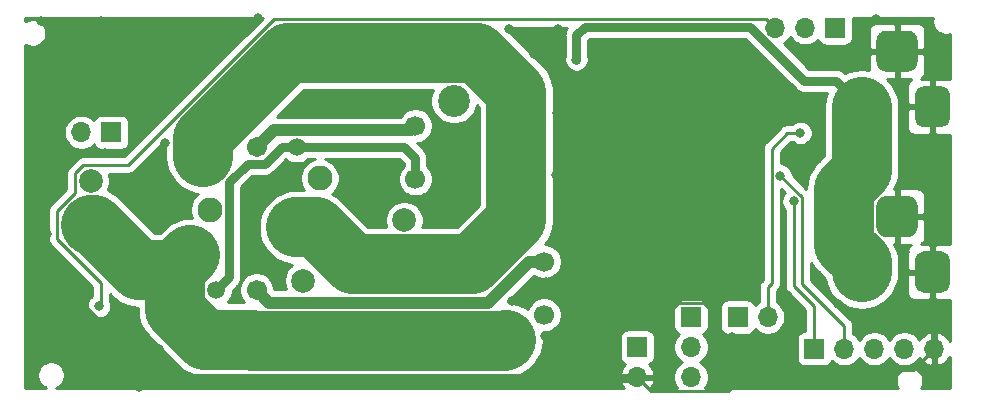
<source format=gbl>
G04 #@! TF.GenerationSoftware,KiCad,Pcbnew,(5.1.6-0-10_14)*
G04 #@! TF.CreationDate,2021-10-29T19:35:58+09:00*
G04 #@! TF.ProjectId,peltier+relay,70656c74-6965-4722-9b72-656c61792e6b,rev?*
G04 #@! TF.SameCoordinates,Original*
G04 #@! TF.FileFunction,Copper,L2,Bot*
G04 #@! TF.FilePolarity,Positive*
%FSLAX46Y46*%
G04 Gerber Fmt 4.6, Leading zero omitted, Abs format (unit mm)*
G04 Created by KiCad (PCBNEW (5.1.6-0-10_14)) date 2021-10-29 19:35:58*
%MOMM*%
%LPD*%
G01*
G04 APERTURE LIST*
G04 #@! TA.AperFunction,ComponentPad*
%ADD10O,1.700000X1.700000*%
G04 #@! TD*
G04 #@! TA.AperFunction,ComponentPad*
%ADD11R,1.700000X1.700000*%
G04 #@! TD*
G04 #@! TA.AperFunction,ComponentPad*
%ADD12C,2.000000*%
G04 #@! TD*
G04 #@! TA.AperFunction,ComponentPad*
%ADD13R,3.500000X3.500000*%
G04 #@! TD*
G04 #@! TA.AperFunction,ComponentPad*
%ADD14C,2.700000*%
G04 #@! TD*
G04 #@! TA.AperFunction,ComponentPad*
%ADD15C,1.700000*%
G04 #@! TD*
G04 #@! TA.AperFunction,ComponentPad*
%ADD16C,2.108200*%
G04 #@! TD*
G04 #@! TA.AperFunction,ComponentPad*
%ADD17C,2.006600*%
G04 #@! TD*
G04 #@! TA.AperFunction,ComponentPad*
%ADD18C,1.701800*%
G04 #@! TD*
G04 #@! TA.AperFunction,ComponentPad*
%ADD19C,1.498600*%
G04 #@! TD*
G04 #@! TA.AperFunction,ViaPad*
%ADD20C,0.800000*%
G04 #@! TD*
G04 #@! TA.AperFunction,Conductor*
%ADD21C,1.000000*%
G04 #@! TD*
G04 #@! TA.AperFunction,Conductor*
%ADD22C,5.080000*%
G04 #@! TD*
G04 #@! TA.AperFunction,Conductor*
%ADD23C,0.750000*%
G04 #@! TD*
G04 #@! TA.AperFunction,Conductor*
%ADD24C,0.250000*%
G04 #@! TD*
G04 #@! TA.AperFunction,Conductor*
%ADD25C,0.254000*%
G04 #@! TD*
G04 APERTURE END LIST*
D10*
X176160000Y-110500000D03*
X173620000Y-110500000D03*
X171080000Y-110500000D03*
X168540000Y-110500000D03*
D11*
X166000000Y-110500000D03*
D12*
X104750000Y-99770000D03*
X104750000Y-96270000D03*
D10*
X162050000Y-107810000D03*
D11*
X159510000Y-107810000D03*
D10*
X155560000Y-112890000D03*
X155560000Y-110350000D03*
D11*
X155560000Y-107810000D03*
D13*
X170000000Y-104000000D03*
G04 #@! TA.AperFunction,ComponentPad*
G36*
G01*
X177500000Y-103000000D02*
X177500000Y-105000000D01*
G75*
G02*
X176750000Y-105750000I-750000J0D01*
G01*
X175250000Y-105750000D01*
G75*
G02*
X174500000Y-105000000I0J750000D01*
G01*
X174500000Y-103000000D01*
G75*
G02*
X175250000Y-102250000I750000J0D01*
G01*
X176750000Y-102250000D01*
G75*
G02*
X177500000Y-103000000I0J-750000D01*
G01*
G37*
G04 #@! TD.AperFunction*
G04 #@! TA.AperFunction,ComponentPad*
G36*
G01*
X174750000Y-98425000D02*
X174750000Y-100175000D01*
G75*
G02*
X173875000Y-101050000I-875000J0D01*
G01*
X172125000Y-101050000D01*
G75*
G02*
X171250000Y-100175000I0J875000D01*
G01*
X171250000Y-98425000D01*
G75*
G02*
X172125000Y-97550000I875000J0D01*
G01*
X173875000Y-97550000D01*
G75*
G02*
X174750000Y-98425000I0J-875000D01*
G01*
G37*
G04 #@! TD.AperFunction*
G04 #@! TA.AperFunction,ComponentPad*
G36*
G01*
X174750000Y-84425000D02*
X174750000Y-86175000D01*
G75*
G02*
X173875000Y-87050000I-875000J0D01*
G01*
X172125000Y-87050000D01*
G75*
G02*
X171250000Y-86175000I0J875000D01*
G01*
X171250000Y-84425000D01*
G75*
G02*
X172125000Y-83550000I875000J0D01*
G01*
X173875000Y-83550000D01*
G75*
G02*
X174750000Y-84425000I0J-875000D01*
G01*
G37*
G04 #@! TD.AperFunction*
G04 #@! TA.AperFunction,ComponentPad*
G36*
G01*
X177500000Y-89000000D02*
X177500000Y-91000000D01*
G75*
G02*
X176750000Y-91750000I-750000J0D01*
G01*
X175250000Y-91750000D01*
G75*
G02*
X174500000Y-91000000I0J750000D01*
G01*
X174500000Y-89000000D01*
G75*
G02*
X175250000Y-88250000I750000J0D01*
G01*
X176750000Y-88250000D01*
G75*
G02*
X177500000Y-89000000I0J-750000D01*
G01*
G37*
G04 #@! TD.AperFunction*
X170000000Y-90000000D03*
D14*
X139880000Y-109710000D03*
D15*
X143130000Y-107610000D03*
X143130000Y-103110000D03*
D12*
X140780000Y-99610000D03*
D14*
X135480000Y-89510000D03*
D15*
X132230000Y-91610000D03*
X132230000Y-96110000D03*
D12*
X131280000Y-99610000D03*
D16*
X114830000Y-98720000D03*
D17*
X114230000Y-94220000D03*
D18*
X118780000Y-93420000D03*
D19*
X122180000Y-93420000D03*
D16*
X124130000Y-96070000D03*
X122130000Y-100220000D03*
D17*
X122730000Y-104720000D03*
D18*
X118780000Y-105520000D03*
D19*
X115380000Y-105520000D03*
D16*
X113430000Y-102870000D03*
D10*
X151000000Y-112890000D03*
D11*
X151000000Y-110350000D03*
D10*
X162690010Y-83330008D03*
X165230010Y-83330008D03*
D11*
X167770010Y-83330008D03*
D10*
X103940000Y-92160000D03*
D11*
X106480000Y-92160000D03*
D20*
X145860000Y-86010000D03*
X162940000Y-109790000D03*
X156330000Y-85280000D03*
X156330000Y-88890000D03*
X102000000Y-102960000D03*
X100560000Y-82780000D03*
X100320000Y-89240000D03*
X105600000Y-82780000D03*
X104380000Y-89450000D03*
X103020000Y-85450000D03*
X106600000Y-87090000D03*
X109790000Y-82830000D03*
X112080000Y-84800000D03*
X118890000Y-82520000D03*
X116290000Y-84600000D03*
X111030000Y-93030000D03*
X110980000Y-95700000D03*
X108100000Y-97470000D03*
X107160000Y-96010000D03*
X109120000Y-95290000D03*
X105930000Y-93930000D03*
X99850000Y-98750000D03*
X101000000Y-100790000D03*
X99700000Y-103110000D03*
X100720000Y-106740000D03*
X99730000Y-113490000D03*
X99840000Y-110160000D03*
X104200000Y-113500000D03*
X102790000Y-110840000D03*
X104870000Y-108190000D03*
X106860000Y-106770000D03*
X110540000Y-110500000D03*
X106740000Y-110780000D03*
X108860000Y-113750000D03*
X114140000Y-113350000D03*
X119600000Y-113240000D03*
X126430000Y-113440000D03*
X133750000Y-113310000D03*
X140290000Y-113430000D03*
X143220000Y-109430000D03*
X147050000Y-113480000D03*
X144570000Y-111620000D03*
X147250000Y-111090000D03*
X153520000Y-112660000D03*
X145500000Y-107350000D03*
X140410000Y-106440000D03*
X143250000Y-104880000D03*
X145500000Y-102800000D03*
X135470000Y-95960000D03*
X137250000Y-97520000D03*
X130760000Y-94770000D03*
X127200000Y-98610000D03*
X121050000Y-95590000D03*
X118520000Y-97210000D03*
X117820000Y-103820000D03*
X119650000Y-102980000D03*
X118600000Y-100710000D03*
X140150000Y-83400000D03*
X142300000Y-85570000D03*
X144330000Y-83380000D03*
X144210000Y-90500000D03*
X144110000Y-95780000D03*
X149710000Y-90620000D03*
X149580000Y-96860000D03*
X146820000Y-93190000D03*
X154410000Y-98570000D03*
X157940000Y-98570000D03*
X166470000Y-89780000D03*
X166120000Y-91650000D03*
X158970000Y-89980000D03*
X157980000Y-91270000D03*
X158440000Y-92410000D03*
X171250000Y-82610000D03*
X169750000Y-86350000D03*
X176270000Y-86610000D03*
X173370000Y-88090000D03*
X168020000Y-85420000D03*
X173770000Y-92620000D03*
X177190000Y-95070000D03*
X175890000Y-98400000D03*
X177200000Y-101220000D03*
X173640000Y-102300000D03*
X168000000Y-106730000D03*
X171000000Y-108130000D03*
X172920000Y-106140000D03*
X174980000Y-109190000D03*
X177060000Y-107420000D03*
X176300000Y-112870000D03*
X171380000Y-113310000D03*
X167370000Y-113370000D03*
X160530000Y-110620000D03*
X159000000Y-109470000D03*
X157230000Y-109510000D03*
X157440000Y-113610000D03*
X157070000Y-111870000D03*
X164250000Y-98000000D03*
X105430000Y-106890000D03*
X164822653Y-92222653D03*
X163125000Y-95835002D03*
D21*
X141862066Y-103110000D02*
X143130000Y-103110000D01*
X119850011Y-106590011D02*
X138382055Y-106590011D01*
X138382055Y-106590011D02*
X141862066Y-103110000D01*
X118780000Y-105520000D02*
X119850011Y-106590011D01*
D22*
X170000000Y-95437602D02*
X168509990Y-96927612D01*
X170000000Y-104000000D02*
X170000000Y-103162398D01*
X170000000Y-103162398D02*
X168509990Y-101672388D01*
X168509990Y-101672388D02*
X168509990Y-96927612D01*
X170000000Y-90000000D02*
X170000000Y-95437602D01*
D23*
X122180000Y-93420000D02*
X131280000Y-93420000D01*
X132230000Y-94370000D02*
X132230000Y-96110000D01*
X131280000Y-93420000D02*
X132230000Y-94370000D01*
X120890334Y-93420000D02*
X122180000Y-93420000D01*
X119464433Y-94845901D02*
X120890334Y-93420000D01*
X118009388Y-94845901D02*
X119464433Y-94845901D01*
X116459101Y-96396188D02*
X118009388Y-94845901D01*
X116459101Y-104440899D02*
X116459101Y-96396188D01*
X115380000Y-105520000D02*
X116459101Y-104440899D01*
X145860000Y-83954999D02*
X145860000Y-86010000D01*
X167835000Y-87835000D02*
X165166752Y-87835000D01*
X160586752Y-83254999D02*
X146560000Y-83254999D01*
X165166752Y-87835000D02*
X160586752Y-83254999D01*
X146560000Y-83254999D02*
X145860000Y-83954999D01*
X170000000Y-90000000D02*
X167835000Y-87835000D01*
D21*
X131869301Y-91970699D02*
X132230000Y-91610000D01*
X120229301Y-91970699D02*
X131869301Y-91970699D01*
X118780000Y-93420000D02*
X120229301Y-91970699D01*
D22*
X111890699Y-103845135D02*
X113147917Y-102587917D01*
X114405834Y-109710000D02*
X111890699Y-107194865D01*
X111890699Y-107194865D02*
X111890699Y-103845135D01*
X104990001Y-100010001D02*
X104750000Y-100010001D01*
X108825135Y-103845135D02*
X104990001Y-100010001D01*
X111890699Y-103845135D02*
X108825135Y-103845135D01*
X118387934Y-109710000D02*
X118507955Y-109830021D01*
X114405834Y-109710000D02*
X118387934Y-109710000D01*
X139759979Y-109830021D02*
X139880000Y-109710000D01*
X118507955Y-109830021D02*
X139759979Y-109830021D01*
X123770086Y-100220000D02*
X122130000Y-100220000D01*
X126900087Y-103350001D02*
X123770086Y-100220000D01*
X137039999Y-103350001D02*
X126900087Y-103350001D01*
X140780000Y-99610000D02*
X137039999Y-103350001D01*
X140780000Y-88756798D02*
X140780000Y-99610000D01*
X137443201Y-85419999D02*
X140780000Y-88756798D01*
X114230000Y-92655466D02*
X121465467Y-85419999D01*
X121465467Y-85419999D02*
X137443201Y-85419999D01*
X114230000Y-94220000D02*
X114230000Y-92655466D01*
D24*
X176000000Y-110340000D02*
X176160000Y-110500000D01*
X176000000Y-104000000D02*
X176000000Y-110340000D01*
X174984999Y-111675001D02*
X176160000Y-110500000D01*
X174329990Y-112330010D02*
X174984999Y-111675001D01*
X162940000Y-110446410D02*
X164823600Y-112330010D01*
X164823600Y-112330010D02*
X174329990Y-112330010D01*
X162940000Y-109790000D02*
X162940000Y-110446410D01*
X158664999Y-114065001D02*
X162940000Y-109790000D01*
D21*
X156330000Y-85280000D02*
X156330000Y-88890000D01*
D24*
X152175001Y-114065001D02*
X151000000Y-112890000D01*
X158664999Y-114065001D02*
X152175001Y-114065001D01*
D23*
X102000000Y-104903002D02*
X102000000Y-102960000D01*
X110042029Y-112945031D02*
X102000000Y-104903002D01*
X150944969Y-112945031D02*
X110042029Y-112945031D01*
X151000000Y-112890000D02*
X150944969Y-112945031D01*
D24*
X156670001Y-106634999D02*
X154449999Y-106634999D01*
X153520000Y-107564998D02*
X153520000Y-112660000D01*
X157230000Y-107194998D02*
X156670001Y-106634999D01*
X154449999Y-106634999D02*
X153520000Y-107564998D01*
X157230000Y-109510000D02*
X157230000Y-107194998D01*
X153290000Y-112890000D02*
X153520000Y-112660000D01*
X151000000Y-112890000D02*
X153290000Y-112890000D01*
X166000000Y-106900000D02*
X166000000Y-110500000D01*
X164250000Y-105150000D02*
X166000000Y-106900000D01*
X164250000Y-98000000D02*
X164250000Y-105150000D01*
X105610000Y-104921736D02*
X105610000Y-106710000D01*
X103424999Y-95633999D02*
X103424999Y-97283267D01*
X104113999Y-94944999D02*
X103424999Y-95633999D01*
X105610000Y-106710000D02*
X105430000Y-106890000D01*
X107888732Y-94944999D02*
X104113999Y-94944999D01*
X101884990Y-101196726D02*
X105610000Y-104921736D01*
X120278742Y-82554989D02*
X107888732Y-94944999D01*
X101884990Y-98823276D02*
X101884990Y-101196726D01*
X103424999Y-97283267D02*
X101884990Y-98823276D01*
X161914991Y-82554989D02*
X120278742Y-82554989D01*
X162690010Y-83330008D02*
X161914991Y-82554989D01*
X163727347Y-92222653D02*
X164822653Y-92222653D01*
X162400000Y-93550000D02*
X163727347Y-92222653D01*
X162400000Y-104950000D02*
X162400000Y-93550000D01*
X162050000Y-105300000D02*
X162400000Y-104950000D01*
X162050000Y-107810000D02*
X162050000Y-105300000D01*
X168540000Y-108540000D02*
X168540000Y-110500000D01*
X164975001Y-104975001D02*
X168540000Y-108540000D01*
X164975001Y-97685003D02*
X164975001Y-104975001D01*
X163125000Y-95835002D02*
X164975001Y-97685003D01*
D25*
G36*
X107573931Y-94184999D02*
G01*
X104151321Y-94184999D01*
X104113998Y-94181323D01*
X104076675Y-94184999D01*
X104076666Y-94184999D01*
X103965013Y-94195996D01*
X103821752Y-94239453D01*
X103689722Y-94310025D01*
X103620048Y-94367206D01*
X103573998Y-94404998D01*
X103550200Y-94433997D01*
X102914001Y-95070196D01*
X102884998Y-95093998D01*
X102855899Y-95129456D01*
X102790025Y-95209723D01*
X102757854Y-95269911D01*
X102719453Y-95341753D01*
X102675996Y-95485014D01*
X102664999Y-95596667D01*
X102664999Y-95596677D01*
X102661323Y-95633999D01*
X102664999Y-95671322D01*
X102665000Y-96968464D01*
X101373993Y-98259472D01*
X101344989Y-98283275D01*
X101314869Y-98319977D01*
X101250016Y-98399000D01*
X101201238Y-98490256D01*
X101179444Y-98531030D01*
X101135987Y-98674291D01*
X101124990Y-98785944D01*
X101124990Y-98785954D01*
X101121314Y-98823276D01*
X101124990Y-98860599D01*
X101124991Y-101159394D01*
X101121314Y-101196726D01*
X101124991Y-101234059D01*
X101130913Y-101294180D01*
X101135988Y-101345711D01*
X101179444Y-101488972D01*
X101250016Y-101621002D01*
X101305060Y-101688072D01*
X101344990Y-101736727D01*
X101373988Y-101760525D01*
X104850000Y-105236538D01*
X104850001Y-106032759D01*
X104770226Y-106086063D01*
X104626063Y-106230226D01*
X104512795Y-106399744D01*
X104434774Y-106588102D01*
X104395000Y-106788061D01*
X104395000Y-106991939D01*
X104434774Y-107191898D01*
X104512795Y-107380256D01*
X104626063Y-107549774D01*
X104770226Y-107693937D01*
X104939744Y-107807205D01*
X105128102Y-107885226D01*
X105328061Y-107925000D01*
X105531939Y-107925000D01*
X105731898Y-107885226D01*
X105920256Y-107807205D01*
X106089774Y-107693937D01*
X106233937Y-107549774D01*
X106347205Y-107380256D01*
X106425226Y-107191898D01*
X106465000Y-106991939D01*
X106465000Y-106788061D01*
X106425226Y-106588102D01*
X106370000Y-106454776D01*
X106370000Y-105880128D01*
X106469778Y-105979906D01*
X106569208Y-106101062D01*
X106920059Y-106388997D01*
X107052665Y-106497824D01*
X107604236Y-106792645D01*
X108202726Y-106974195D01*
X108715699Y-107024718D01*
X108715699Y-107038895D01*
X108700337Y-107194865D01*
X108715699Y-107350835D01*
X108715699Y-107350837D01*
X108761639Y-107817273D01*
X108943189Y-108415763D01*
X109238010Y-108967334D01*
X109634772Y-109450792D01*
X109755933Y-109550226D01*
X112050477Y-111844771D01*
X112149907Y-111965927D01*
X112633364Y-112362689D01*
X113184935Y-112657510D01*
X113783425Y-112839060D01*
X114249861Y-112885000D01*
X114249863Y-112885000D01*
X114405833Y-112900362D01*
X114561803Y-112885000D01*
X117641334Y-112885000D01*
X117885546Y-112959081D01*
X118351982Y-113005021D01*
X118351984Y-113005021D01*
X118507954Y-113020383D01*
X118663924Y-113005021D01*
X139604009Y-113005021D01*
X139759979Y-113020383D01*
X139915949Y-113005021D01*
X139915952Y-113005021D01*
X140382388Y-112959081D01*
X140980878Y-112777531D01*
X141532449Y-112482710D01*
X142015906Y-112085948D01*
X142115340Y-111964787D01*
X142235353Y-111844774D01*
X142532688Y-111482470D01*
X142827510Y-110930898D01*
X143009059Y-110332409D01*
X143070362Y-109710001D01*
X143049679Y-109500000D01*
X149511928Y-109500000D01*
X149511928Y-111200000D01*
X149524188Y-111324482D01*
X149560498Y-111444180D01*
X149619463Y-111554494D01*
X149698815Y-111651185D01*
X149795506Y-111730537D01*
X149905820Y-111789502D01*
X149986466Y-111813966D01*
X149902412Y-111889731D01*
X149728359Y-112123080D01*
X149603175Y-112385901D01*
X149558524Y-112533110D01*
X149679845Y-112763000D01*
X150873000Y-112763000D01*
X150873000Y-112743000D01*
X151127000Y-112743000D01*
X151127000Y-112763000D01*
X152320155Y-112763000D01*
X152441476Y-112533110D01*
X152396825Y-112385901D01*
X152271641Y-112123080D01*
X152097588Y-111889731D01*
X152013534Y-111813966D01*
X152094180Y-111789502D01*
X152204494Y-111730537D01*
X152301185Y-111651185D01*
X152380537Y-111554494D01*
X152439502Y-111444180D01*
X152475812Y-111324482D01*
X152488072Y-111200000D01*
X152488072Y-109500000D01*
X152475812Y-109375518D01*
X152439502Y-109255820D01*
X152380537Y-109145506D01*
X152301185Y-109048815D01*
X152204494Y-108969463D01*
X152094180Y-108910498D01*
X151974482Y-108874188D01*
X151850000Y-108861928D01*
X150150000Y-108861928D01*
X150025518Y-108874188D01*
X149905820Y-108910498D01*
X149795506Y-108969463D01*
X149698815Y-109048815D01*
X149619463Y-109145506D01*
X149560498Y-109255820D01*
X149524188Y-109375518D01*
X149511928Y-109500000D01*
X143049679Y-109500000D01*
X143009789Y-109095000D01*
X143276260Y-109095000D01*
X143563158Y-109037932D01*
X143833411Y-108925990D01*
X144076632Y-108763475D01*
X144283475Y-108556632D01*
X144445990Y-108313411D01*
X144557932Y-108043158D01*
X144615000Y-107756260D01*
X144615000Y-107463740D01*
X144557932Y-107176842D01*
X144445990Y-106906589D01*
X144283475Y-106663368D01*
X144076632Y-106456525D01*
X143833411Y-106294010D01*
X143563158Y-106182068D01*
X143276260Y-106125000D01*
X142983740Y-106125000D01*
X142696842Y-106182068D01*
X142426589Y-106294010D01*
X142183368Y-106456525D01*
X141976525Y-106663368D01*
X141814010Y-106906589D01*
X141726435Y-107118014D01*
X141652469Y-107057312D01*
X141100898Y-106762490D01*
X140502408Y-106580941D01*
X140041639Y-106535558D01*
X142261510Y-104315688D01*
X142426589Y-104425990D01*
X142696842Y-104537932D01*
X142983740Y-104595000D01*
X143276260Y-104595000D01*
X143563158Y-104537932D01*
X143833411Y-104425990D01*
X144076632Y-104263475D01*
X144283475Y-104056632D01*
X144445990Y-103813411D01*
X144557932Y-103543158D01*
X144615000Y-103256260D01*
X144615000Y-102963740D01*
X144557932Y-102676842D01*
X144445990Y-102406589D01*
X144283475Y-102163368D01*
X144076632Y-101956525D01*
X143833411Y-101794010D01*
X143563158Y-101682068D01*
X143276260Y-101625000D01*
X143233650Y-101625000D01*
X143314692Y-101526250D01*
X143432689Y-101382471D01*
X143727510Y-100830899D01*
X143732197Y-100815447D01*
X143909060Y-100232409D01*
X143955000Y-99765973D01*
X143955000Y-99765971D01*
X143970362Y-99610001D01*
X143955000Y-99454031D01*
X143955000Y-88912767D01*
X143970362Y-88756797D01*
X143932020Y-88367509D01*
X143909060Y-88134389D01*
X143727510Y-87535899D01*
X143432689Y-86984328D01*
X143035927Y-86500871D01*
X142914772Y-86401442D01*
X139828318Y-83314989D01*
X145078664Y-83314989D01*
X145016153Y-83391159D01*
X144922369Y-83566619D01*
X144922368Y-83566620D01*
X144864615Y-83757005D01*
X144845114Y-83954999D01*
X144850000Y-84004607D01*
X144850001Y-85782372D01*
X144825000Y-85908061D01*
X144825000Y-86111939D01*
X144864774Y-86311898D01*
X144942795Y-86500256D01*
X145056063Y-86669774D01*
X145200226Y-86813937D01*
X145369744Y-86927205D01*
X145558102Y-87005226D01*
X145758061Y-87045000D01*
X145961939Y-87045000D01*
X146161898Y-87005226D01*
X146350256Y-86927205D01*
X146519774Y-86813937D01*
X146663937Y-86669774D01*
X146777205Y-86500256D01*
X146855226Y-86311898D01*
X146895000Y-86111939D01*
X146895000Y-85908061D01*
X146870000Y-85782377D01*
X146870000Y-84373354D01*
X146978356Y-84264999D01*
X160168397Y-84264999D01*
X164417495Y-88514099D01*
X164449119Y-88552633D01*
X164602912Y-88678847D01*
X164748747Y-88756797D01*
X164778372Y-88772632D01*
X164968757Y-88830385D01*
X165166752Y-88849886D01*
X165216360Y-88845000D01*
X167032500Y-88845000D01*
X166870940Y-89377592D01*
X166825000Y-89844028D01*
X166825001Y-94122474D01*
X166375220Y-94572255D01*
X166254064Y-94671685D01*
X165990154Y-94993261D01*
X165857301Y-95155143D01*
X165562480Y-95706714D01*
X165380931Y-96305204D01*
X165319628Y-96927612D01*
X165322601Y-96957802D01*
X164160000Y-95795201D01*
X164160000Y-95733063D01*
X164120226Y-95533104D01*
X164042205Y-95344746D01*
X163928937Y-95175228D01*
X163784774Y-95031065D01*
X163615256Y-94917797D01*
X163426898Y-94839776D01*
X163226939Y-94800002D01*
X163160000Y-94800002D01*
X163160000Y-93864801D01*
X164042149Y-92982653D01*
X164118942Y-92982653D01*
X164162879Y-93026590D01*
X164332397Y-93139858D01*
X164520755Y-93217879D01*
X164720714Y-93257653D01*
X164924592Y-93257653D01*
X165124551Y-93217879D01*
X165312909Y-93139858D01*
X165482427Y-93026590D01*
X165626590Y-92882427D01*
X165739858Y-92712909D01*
X165817879Y-92524551D01*
X165857653Y-92324592D01*
X165857653Y-92120714D01*
X165817879Y-91920755D01*
X165739858Y-91732397D01*
X165626590Y-91562879D01*
X165482427Y-91418716D01*
X165312909Y-91305448D01*
X165124551Y-91227427D01*
X164924592Y-91187653D01*
X164720714Y-91187653D01*
X164520755Y-91227427D01*
X164332397Y-91305448D01*
X164162879Y-91418716D01*
X164118942Y-91462653D01*
X163764669Y-91462653D01*
X163727346Y-91458977D01*
X163690023Y-91462653D01*
X163690014Y-91462653D01*
X163578361Y-91473650D01*
X163435100Y-91517107D01*
X163303070Y-91587679D01*
X163219430Y-91656321D01*
X163187346Y-91682652D01*
X163163548Y-91711650D01*
X161888998Y-92986201D01*
X161860000Y-93009999D01*
X161836202Y-93038997D01*
X161836201Y-93038998D01*
X161765026Y-93125724D01*
X161694454Y-93257754D01*
X161650998Y-93401015D01*
X161636324Y-93550000D01*
X161640001Y-93587332D01*
X161640000Y-104635199D01*
X161538998Y-104736201D01*
X161510000Y-104759999D01*
X161486202Y-104788997D01*
X161486201Y-104788998D01*
X161415026Y-104875724D01*
X161344454Y-105007754D01*
X161316780Y-105098986D01*
X161309197Y-105123987D01*
X161300998Y-105151015D01*
X161286324Y-105300000D01*
X161290001Y-105337332D01*
X161290001Y-106531821D01*
X161103368Y-106656525D01*
X160971513Y-106788380D01*
X160949502Y-106715820D01*
X160890537Y-106605506D01*
X160811185Y-106508815D01*
X160714494Y-106429463D01*
X160604180Y-106370498D01*
X160484482Y-106334188D01*
X160360000Y-106321928D01*
X158660000Y-106321928D01*
X158535518Y-106334188D01*
X158415820Y-106370498D01*
X158305506Y-106429463D01*
X158208815Y-106508815D01*
X158129463Y-106605506D01*
X158070498Y-106715820D01*
X158034188Y-106835518D01*
X158021928Y-106960000D01*
X158021928Y-108660000D01*
X158034188Y-108784482D01*
X158070498Y-108904180D01*
X158129463Y-109014494D01*
X158208815Y-109111185D01*
X158305506Y-109190537D01*
X158415820Y-109249502D01*
X158535518Y-109285812D01*
X158660000Y-109298072D01*
X160360000Y-109298072D01*
X160484482Y-109285812D01*
X160604180Y-109249502D01*
X160714494Y-109190537D01*
X160811185Y-109111185D01*
X160890537Y-109014494D01*
X160949502Y-108904180D01*
X160971513Y-108831620D01*
X161103368Y-108963475D01*
X161346589Y-109125990D01*
X161616842Y-109237932D01*
X161903740Y-109295000D01*
X162196260Y-109295000D01*
X162483158Y-109237932D01*
X162753411Y-109125990D01*
X162996632Y-108963475D01*
X163203475Y-108756632D01*
X163365990Y-108513411D01*
X163477932Y-108243158D01*
X163535000Y-107956260D01*
X163535000Y-107663740D01*
X163477932Y-107376842D01*
X163365990Y-107106589D01*
X163203475Y-106863368D01*
X162996632Y-106656525D01*
X162810000Y-106531822D01*
X162810000Y-105614801D01*
X162910998Y-105513803D01*
X162940001Y-105490001D01*
X163034974Y-105374276D01*
X163105546Y-105242247D01*
X163149003Y-105098986D01*
X163160000Y-104987333D01*
X163160000Y-104987325D01*
X163163676Y-104950000D01*
X163160000Y-104912675D01*
X163160000Y-96944803D01*
X163500743Y-97285546D01*
X163446063Y-97340226D01*
X163332795Y-97509744D01*
X163254774Y-97698102D01*
X163215000Y-97898061D01*
X163215000Y-98101939D01*
X163254774Y-98301898D01*
X163332795Y-98490256D01*
X163446063Y-98659774D01*
X163490000Y-98703711D01*
X163490001Y-105112668D01*
X163486324Y-105150000D01*
X163490001Y-105187333D01*
X163499596Y-105284746D01*
X163500998Y-105298985D01*
X163544454Y-105442246D01*
X163615026Y-105574276D01*
X163682377Y-105656342D01*
X163710000Y-105690001D01*
X163738998Y-105713799D01*
X165240000Y-107214802D01*
X165240001Y-109011928D01*
X165150000Y-109011928D01*
X165025518Y-109024188D01*
X164905820Y-109060498D01*
X164795506Y-109119463D01*
X164698815Y-109198815D01*
X164619463Y-109295506D01*
X164560498Y-109405820D01*
X164524188Y-109525518D01*
X164511928Y-109650000D01*
X164511928Y-111350000D01*
X164524188Y-111474482D01*
X164560498Y-111594180D01*
X164619463Y-111704494D01*
X164698815Y-111801185D01*
X164795506Y-111880537D01*
X164905820Y-111939502D01*
X165025518Y-111975812D01*
X165150000Y-111988072D01*
X166850000Y-111988072D01*
X166974482Y-111975812D01*
X167094180Y-111939502D01*
X167204494Y-111880537D01*
X167301185Y-111801185D01*
X167380537Y-111704494D01*
X167439502Y-111594180D01*
X167461513Y-111521620D01*
X167593368Y-111653475D01*
X167836589Y-111815990D01*
X168106842Y-111927932D01*
X168393740Y-111985000D01*
X168686260Y-111985000D01*
X168973158Y-111927932D01*
X169243411Y-111815990D01*
X169486632Y-111653475D01*
X169693475Y-111446632D01*
X169810000Y-111272240D01*
X169926525Y-111446632D01*
X170133368Y-111653475D01*
X170376589Y-111815990D01*
X170646842Y-111927932D01*
X170933740Y-111985000D01*
X171226260Y-111985000D01*
X171513158Y-111927932D01*
X171783411Y-111815990D01*
X172026632Y-111653475D01*
X172233475Y-111446632D01*
X172350000Y-111272240D01*
X172466525Y-111446632D01*
X172673368Y-111653475D01*
X172916589Y-111815990D01*
X173186842Y-111927932D01*
X173473740Y-111985000D01*
X173766260Y-111985000D01*
X174053158Y-111927932D01*
X174323411Y-111815990D01*
X174566632Y-111653475D01*
X174773475Y-111446632D01*
X174895195Y-111264466D01*
X174964822Y-111381355D01*
X175159731Y-111597588D01*
X175393080Y-111771641D01*
X175655901Y-111896825D01*
X175803110Y-111941476D01*
X176033000Y-111820155D01*
X176033000Y-110627000D01*
X176013000Y-110627000D01*
X176013000Y-110373000D01*
X176033000Y-110373000D01*
X176033000Y-109179845D01*
X175803110Y-109058524D01*
X175655901Y-109103175D01*
X175393080Y-109228359D01*
X175159731Y-109402412D01*
X174964822Y-109618645D01*
X174895195Y-109735534D01*
X174773475Y-109553368D01*
X174566632Y-109346525D01*
X174323411Y-109184010D01*
X174053158Y-109072068D01*
X173766260Y-109015000D01*
X173473740Y-109015000D01*
X173186842Y-109072068D01*
X172916589Y-109184010D01*
X172673368Y-109346525D01*
X172466525Y-109553368D01*
X172350000Y-109727760D01*
X172233475Y-109553368D01*
X172026632Y-109346525D01*
X171783411Y-109184010D01*
X171513158Y-109072068D01*
X171226260Y-109015000D01*
X170933740Y-109015000D01*
X170646842Y-109072068D01*
X170376589Y-109184010D01*
X170133368Y-109346525D01*
X169926525Y-109553368D01*
X169810000Y-109727760D01*
X169693475Y-109553368D01*
X169486632Y-109346525D01*
X169300000Y-109221822D01*
X169300000Y-108577323D01*
X169303676Y-108540000D01*
X169300000Y-108502677D01*
X169300000Y-108502667D01*
X169289003Y-108391014D01*
X169245546Y-108247753D01*
X169174975Y-108115725D01*
X169174974Y-108115723D01*
X169103799Y-108028997D01*
X169080001Y-107999999D01*
X169051004Y-107976202D01*
X165735001Y-104660200D01*
X165735001Y-103216050D01*
X165857301Y-103444857D01*
X166254063Y-103928315D01*
X166375224Y-104027749D01*
X166860130Y-104512655D01*
X166870940Y-104622408D01*
X167052490Y-105220898D01*
X167347311Y-105772469D01*
X167744073Y-106255927D01*
X168227530Y-106652689D01*
X168779101Y-106947510D01*
X169377591Y-107129060D01*
X170000000Y-107190362D01*
X170622408Y-107129060D01*
X171220898Y-106947510D01*
X171772469Y-106652689D01*
X172255927Y-106255927D01*
X172652689Y-105772470D01*
X172664699Y-105750000D01*
X173861928Y-105750000D01*
X173874188Y-105874482D01*
X173910498Y-105994180D01*
X173969463Y-106104494D01*
X174048815Y-106201185D01*
X174145506Y-106280537D01*
X174255820Y-106339502D01*
X174375518Y-106375812D01*
X174500000Y-106388072D01*
X175714250Y-106385000D01*
X175873000Y-106226250D01*
X175873000Y-104127000D01*
X174023750Y-104127000D01*
X173865000Y-104285750D01*
X173861928Y-105750000D01*
X172664699Y-105750000D01*
X172947510Y-105220899D01*
X173129060Y-104622409D01*
X173175000Y-104155973D01*
X173175000Y-103318367D01*
X173190362Y-103162397D01*
X173163857Y-102893287D01*
X173129060Y-102539990D01*
X173004419Y-102129103D01*
X172947510Y-101941499D01*
X172776913Y-101622337D01*
X172873000Y-101526250D01*
X172873000Y-99427000D01*
X173127000Y-99427000D01*
X173127000Y-101526250D01*
X173285750Y-101685000D01*
X174206367Y-101686931D01*
X174145506Y-101719463D01*
X174048815Y-101798815D01*
X173969463Y-101895506D01*
X173910498Y-102005820D01*
X173874188Y-102125518D01*
X173861928Y-102250000D01*
X173865000Y-103714250D01*
X174023750Y-103873000D01*
X175873000Y-103873000D01*
X175873000Y-101773750D01*
X175714250Y-101615000D01*
X175043195Y-101613302D01*
X175104494Y-101580537D01*
X175201185Y-101501185D01*
X175280537Y-101404494D01*
X175339502Y-101294180D01*
X175375812Y-101174482D01*
X175388072Y-101050000D01*
X175385000Y-99585750D01*
X175226250Y-99427000D01*
X173127000Y-99427000D01*
X172873000Y-99427000D01*
X172853000Y-99427000D01*
X172853000Y-99173000D01*
X172873000Y-99173000D01*
X172873000Y-97073750D01*
X173127000Y-97073750D01*
X173127000Y-99173000D01*
X175226250Y-99173000D01*
X175385000Y-99014250D01*
X175388072Y-97550000D01*
X175375812Y-97425518D01*
X175339502Y-97305820D01*
X175280537Y-97195506D01*
X175201185Y-97098815D01*
X175104494Y-97019463D01*
X174994180Y-96960498D01*
X174874482Y-96924188D01*
X174750000Y-96911928D01*
X173285750Y-96915000D01*
X173127000Y-97073750D01*
X172873000Y-97073750D01*
X172776914Y-96977664D01*
X172947510Y-96658501D01*
X173129060Y-96060011D01*
X173175000Y-95593575D01*
X173175000Y-95593573D01*
X173190362Y-95437603D01*
X173175000Y-95281633D01*
X173175000Y-91750000D01*
X173861928Y-91750000D01*
X173874188Y-91874482D01*
X173910498Y-91994180D01*
X173969463Y-92104494D01*
X174048815Y-92201185D01*
X174145506Y-92280537D01*
X174255820Y-92339502D01*
X174375518Y-92375812D01*
X174500000Y-92388072D01*
X175714250Y-92385000D01*
X175873000Y-92226250D01*
X175873000Y-90127000D01*
X174023750Y-90127000D01*
X173865000Y-90285750D01*
X173861928Y-91750000D01*
X173175000Y-91750000D01*
X173175000Y-89844027D01*
X173129060Y-89377591D01*
X172947510Y-88779101D01*
X172652689Y-88227530D01*
X172255927Y-87744073D01*
X172185298Y-87686110D01*
X172714250Y-87685000D01*
X172873000Y-87526250D01*
X172873000Y-85427000D01*
X173127000Y-85427000D01*
X173127000Y-87526250D01*
X173285750Y-87685000D01*
X174206367Y-87686931D01*
X174145506Y-87719463D01*
X174048815Y-87798815D01*
X173969463Y-87895506D01*
X173910498Y-88005820D01*
X173874188Y-88125518D01*
X173861928Y-88250000D01*
X173865000Y-89714250D01*
X174023750Y-89873000D01*
X175873000Y-89873000D01*
X175873000Y-87773750D01*
X175714250Y-87615000D01*
X175043195Y-87613302D01*
X175104494Y-87580537D01*
X175201185Y-87501185D01*
X175280537Y-87404494D01*
X175339502Y-87294180D01*
X175375812Y-87174482D01*
X175388072Y-87050000D01*
X175385000Y-85585750D01*
X175226250Y-85427000D01*
X173127000Y-85427000D01*
X172873000Y-85427000D01*
X170773750Y-85427000D01*
X170615000Y-85585750D01*
X170612306Y-86869945D01*
X170000000Y-86809638D01*
X169377591Y-86870940D01*
X168779101Y-87052490D01*
X168584736Y-87156381D01*
X168584261Y-87155906D01*
X168552633Y-87117367D01*
X168398840Y-86991153D01*
X168223380Y-86897368D01*
X168032994Y-86839615D01*
X167884608Y-86825000D01*
X167835000Y-86820114D01*
X167785392Y-86825000D01*
X165585108Y-86825000D01*
X163401025Y-84640917D01*
X163636642Y-84483483D01*
X163843485Y-84276640D01*
X163960010Y-84102248D01*
X164076535Y-84276640D01*
X164283378Y-84483483D01*
X164526599Y-84645998D01*
X164796852Y-84757940D01*
X165083750Y-84815008D01*
X165376270Y-84815008D01*
X165663168Y-84757940D01*
X165933421Y-84645998D01*
X166176642Y-84483483D01*
X166308497Y-84351628D01*
X166330508Y-84424188D01*
X166389473Y-84534502D01*
X166468825Y-84631193D01*
X166565516Y-84710545D01*
X166675830Y-84769510D01*
X166795528Y-84805820D01*
X166920010Y-84818080D01*
X168620010Y-84818080D01*
X168744492Y-84805820D01*
X168864190Y-84769510D01*
X168974504Y-84710545D01*
X169071195Y-84631193D01*
X169150547Y-84534502D01*
X169209512Y-84424188D01*
X169245822Y-84304490D01*
X169258082Y-84180008D01*
X169258082Y-83550000D01*
X170611928Y-83550000D01*
X170615000Y-85014250D01*
X170773750Y-85173000D01*
X172873000Y-85173000D01*
X172873000Y-83073750D01*
X173127000Y-83073750D01*
X173127000Y-85173000D01*
X175226250Y-85173000D01*
X175385000Y-85014250D01*
X175388072Y-83550000D01*
X175375812Y-83425518D01*
X175339502Y-83305820D01*
X175280537Y-83195506D01*
X175201185Y-83098815D01*
X175104494Y-83019463D01*
X174994180Y-82960498D01*
X174874482Y-82924188D01*
X174750000Y-82911928D01*
X173285750Y-82915000D01*
X173127000Y-83073750D01*
X172873000Y-83073750D01*
X172714250Y-82915000D01*
X171250000Y-82911928D01*
X171125518Y-82924188D01*
X171005820Y-82960498D01*
X170895506Y-83019463D01*
X170798815Y-83098815D01*
X170719463Y-83195506D01*
X170660498Y-83305820D01*
X170624188Y-83425518D01*
X170611928Y-83550000D01*
X169258082Y-83550000D01*
X169258082Y-82480008D01*
X169257589Y-82475000D01*
X176025387Y-82475000D01*
X175995682Y-82624340D01*
X175995682Y-82855660D01*
X176040810Y-83082536D01*
X176129333Y-83296248D01*
X176257848Y-83488584D01*
X176421416Y-83652152D01*
X176613752Y-83780667D01*
X176827464Y-83869190D01*
X177054340Y-83914318D01*
X177285660Y-83914318D01*
X177486000Y-83874468D01*
X177486000Y-87611963D01*
X176285750Y-87615000D01*
X176127000Y-87773750D01*
X176127000Y-89873000D01*
X176147000Y-89873000D01*
X176147000Y-90127000D01*
X176127000Y-90127000D01*
X176127000Y-92226250D01*
X176285750Y-92385000D01*
X177486000Y-92388037D01*
X177486001Y-101611963D01*
X176285750Y-101615000D01*
X176127000Y-101773750D01*
X176127000Y-103873000D01*
X176147000Y-103873000D01*
X176147000Y-104127000D01*
X176127000Y-104127000D01*
X176127000Y-106226250D01*
X176285750Y-106385000D01*
X177486001Y-106388037D01*
X177486001Y-109838268D01*
X177355178Y-109618645D01*
X177160269Y-109402412D01*
X176926920Y-109228359D01*
X176664099Y-109103175D01*
X176516890Y-109058524D01*
X176287000Y-109179845D01*
X176287000Y-110373000D01*
X176307000Y-110373000D01*
X176307000Y-110627000D01*
X176287000Y-110627000D01*
X176287000Y-111820155D01*
X176516890Y-111941476D01*
X176664099Y-111896825D01*
X176926920Y-111771641D01*
X177160269Y-111597588D01*
X177355178Y-111381355D01*
X177486001Y-111161732D01*
X177486001Y-113835000D01*
X175031365Y-113835000D01*
X175090667Y-113746248D01*
X175179190Y-113532536D01*
X175224318Y-113305660D01*
X175224318Y-113074340D01*
X175179190Y-112847464D01*
X175090667Y-112633752D01*
X174962152Y-112441416D01*
X174798584Y-112277848D01*
X174606248Y-112149333D01*
X174392536Y-112060810D01*
X174165660Y-112015682D01*
X173934340Y-112015682D01*
X173707464Y-112060810D01*
X173493752Y-112149333D01*
X173301416Y-112277848D01*
X173137848Y-112441416D01*
X173009333Y-112633752D01*
X172920810Y-112847464D01*
X172875682Y-113074340D01*
X172875682Y-113305660D01*
X172920810Y-113532536D01*
X173009333Y-113746248D01*
X173068635Y-113835000D01*
X156714565Y-113835000D01*
X156875990Y-113593411D01*
X156987932Y-113323158D01*
X157045000Y-113036260D01*
X157045000Y-112743740D01*
X156987932Y-112456842D01*
X156875990Y-112186589D01*
X156713475Y-111943368D01*
X156506632Y-111736525D01*
X156332240Y-111620000D01*
X156506632Y-111503475D01*
X156713475Y-111296632D01*
X156875990Y-111053411D01*
X156987932Y-110783158D01*
X157045000Y-110496260D01*
X157045000Y-110203740D01*
X156987932Y-109916842D01*
X156875990Y-109646589D01*
X156713475Y-109403368D01*
X156581620Y-109271513D01*
X156654180Y-109249502D01*
X156764494Y-109190537D01*
X156861185Y-109111185D01*
X156940537Y-109014494D01*
X156999502Y-108904180D01*
X157035812Y-108784482D01*
X157048072Y-108660000D01*
X157048072Y-106960000D01*
X157035812Y-106835518D01*
X156999502Y-106715820D01*
X156940537Y-106605506D01*
X156861185Y-106508815D01*
X156764494Y-106429463D01*
X156654180Y-106370498D01*
X156534482Y-106334188D01*
X156410000Y-106321928D01*
X154710000Y-106321928D01*
X154585518Y-106334188D01*
X154465820Y-106370498D01*
X154355506Y-106429463D01*
X154258815Y-106508815D01*
X154179463Y-106605506D01*
X154120498Y-106715820D01*
X154084188Y-106835518D01*
X154071928Y-106960000D01*
X154071928Y-108660000D01*
X154084188Y-108784482D01*
X154120498Y-108904180D01*
X154179463Y-109014494D01*
X154258815Y-109111185D01*
X154355506Y-109190537D01*
X154465820Y-109249502D01*
X154538380Y-109271513D01*
X154406525Y-109403368D01*
X154244010Y-109646589D01*
X154132068Y-109916842D01*
X154075000Y-110203740D01*
X154075000Y-110496260D01*
X154132068Y-110783158D01*
X154244010Y-111053411D01*
X154406525Y-111296632D01*
X154613368Y-111503475D01*
X154787760Y-111620000D01*
X154613368Y-111736525D01*
X154406525Y-111943368D01*
X154244010Y-112186589D01*
X154132068Y-112456842D01*
X154075000Y-112743740D01*
X154075000Y-113036260D01*
X154132068Y-113323158D01*
X154244010Y-113593411D01*
X154405435Y-113835000D01*
X152138813Y-113835000D01*
X152271641Y-113656920D01*
X152396825Y-113394099D01*
X152441476Y-113246890D01*
X152320155Y-113017000D01*
X151127000Y-113017000D01*
X151127000Y-113037000D01*
X150873000Y-113037000D01*
X150873000Y-113017000D01*
X149679845Y-113017000D01*
X149558524Y-113246890D01*
X149603175Y-113394099D01*
X149728359Y-113656920D01*
X149861187Y-113835000D01*
X101780935Y-113835000D01*
X101936248Y-113770667D01*
X102128584Y-113642152D01*
X102292152Y-113478584D01*
X102420667Y-113286248D01*
X102509190Y-113072536D01*
X102554318Y-112845660D01*
X102554318Y-112614340D01*
X102509190Y-112387464D01*
X102420667Y-112173752D01*
X102292152Y-111981416D01*
X102128584Y-111817848D01*
X101936248Y-111689333D01*
X101722536Y-111600810D01*
X101495660Y-111555682D01*
X101264340Y-111555682D01*
X101037464Y-111600810D01*
X100823752Y-111689333D01*
X100631416Y-111817848D01*
X100467848Y-111981416D01*
X100339333Y-112173752D01*
X100250810Y-112387464D01*
X100205682Y-112614340D01*
X100205682Y-112845660D01*
X100250810Y-113072536D01*
X100339333Y-113286248D01*
X100467848Y-113478584D01*
X100631416Y-113642152D01*
X100823752Y-113770667D01*
X100979065Y-113835000D01*
X99185000Y-113835000D01*
X99185000Y-92013740D01*
X102455000Y-92013740D01*
X102455000Y-92306260D01*
X102512068Y-92593158D01*
X102624010Y-92863411D01*
X102786525Y-93106632D01*
X102993368Y-93313475D01*
X103236589Y-93475990D01*
X103506842Y-93587932D01*
X103793740Y-93645000D01*
X104086260Y-93645000D01*
X104373158Y-93587932D01*
X104643411Y-93475990D01*
X104886632Y-93313475D01*
X105018487Y-93181620D01*
X105040498Y-93254180D01*
X105099463Y-93364494D01*
X105178815Y-93461185D01*
X105275506Y-93540537D01*
X105385820Y-93599502D01*
X105505518Y-93635812D01*
X105630000Y-93648072D01*
X107330000Y-93648072D01*
X107454482Y-93635812D01*
X107574180Y-93599502D01*
X107684494Y-93540537D01*
X107781185Y-93461185D01*
X107860537Y-93364494D01*
X107919502Y-93254180D01*
X107955812Y-93134482D01*
X107968072Y-93010000D01*
X107968072Y-91310000D01*
X107955812Y-91185518D01*
X107919502Y-91065820D01*
X107860537Y-90955506D01*
X107781185Y-90858815D01*
X107684494Y-90779463D01*
X107574180Y-90720498D01*
X107454482Y-90684188D01*
X107330000Y-90671928D01*
X105630000Y-90671928D01*
X105505518Y-90684188D01*
X105385820Y-90720498D01*
X105275506Y-90779463D01*
X105178815Y-90858815D01*
X105099463Y-90955506D01*
X105040498Y-91065820D01*
X105018487Y-91138380D01*
X104886632Y-91006525D01*
X104643411Y-90844010D01*
X104373158Y-90732068D01*
X104086260Y-90675000D01*
X103793740Y-90675000D01*
X103506842Y-90732068D01*
X103236589Y-90844010D01*
X102993368Y-91006525D01*
X102786525Y-91213368D01*
X102624010Y-91456589D01*
X102512068Y-91726842D01*
X102455000Y-92013740D01*
X99185000Y-92013740D01*
X99185000Y-84764728D01*
X99253752Y-84810667D01*
X99467464Y-84899190D01*
X99694340Y-84944318D01*
X99925660Y-84944318D01*
X100152536Y-84899190D01*
X100366248Y-84810667D01*
X100558584Y-84682152D01*
X100722152Y-84518584D01*
X100850667Y-84326248D01*
X100939190Y-84112536D01*
X100984318Y-83885660D01*
X100984318Y-83654340D01*
X100939190Y-83427464D01*
X100850667Y-83213752D01*
X100722152Y-83021416D01*
X100558584Y-82857848D01*
X100366248Y-82729333D01*
X100152536Y-82640810D01*
X99925660Y-82595682D01*
X99694340Y-82595682D01*
X99467464Y-82640810D01*
X99253752Y-82729333D01*
X99185000Y-82775272D01*
X99185000Y-82475000D01*
X119283929Y-82475000D01*
X107573931Y-94184999D01*
G37*
X107573931Y-94184999D02*
X104151321Y-94184999D01*
X104113998Y-94181323D01*
X104076675Y-94184999D01*
X104076666Y-94184999D01*
X103965013Y-94195996D01*
X103821752Y-94239453D01*
X103689722Y-94310025D01*
X103620048Y-94367206D01*
X103573998Y-94404998D01*
X103550200Y-94433997D01*
X102914001Y-95070196D01*
X102884998Y-95093998D01*
X102855899Y-95129456D01*
X102790025Y-95209723D01*
X102757854Y-95269911D01*
X102719453Y-95341753D01*
X102675996Y-95485014D01*
X102664999Y-95596667D01*
X102664999Y-95596677D01*
X102661323Y-95633999D01*
X102664999Y-95671322D01*
X102665000Y-96968464D01*
X101373993Y-98259472D01*
X101344989Y-98283275D01*
X101314869Y-98319977D01*
X101250016Y-98399000D01*
X101201238Y-98490256D01*
X101179444Y-98531030D01*
X101135987Y-98674291D01*
X101124990Y-98785944D01*
X101124990Y-98785954D01*
X101121314Y-98823276D01*
X101124990Y-98860599D01*
X101124991Y-101159394D01*
X101121314Y-101196726D01*
X101124991Y-101234059D01*
X101130913Y-101294180D01*
X101135988Y-101345711D01*
X101179444Y-101488972D01*
X101250016Y-101621002D01*
X101305060Y-101688072D01*
X101344990Y-101736727D01*
X101373988Y-101760525D01*
X104850000Y-105236538D01*
X104850001Y-106032759D01*
X104770226Y-106086063D01*
X104626063Y-106230226D01*
X104512795Y-106399744D01*
X104434774Y-106588102D01*
X104395000Y-106788061D01*
X104395000Y-106991939D01*
X104434774Y-107191898D01*
X104512795Y-107380256D01*
X104626063Y-107549774D01*
X104770226Y-107693937D01*
X104939744Y-107807205D01*
X105128102Y-107885226D01*
X105328061Y-107925000D01*
X105531939Y-107925000D01*
X105731898Y-107885226D01*
X105920256Y-107807205D01*
X106089774Y-107693937D01*
X106233937Y-107549774D01*
X106347205Y-107380256D01*
X106425226Y-107191898D01*
X106465000Y-106991939D01*
X106465000Y-106788061D01*
X106425226Y-106588102D01*
X106370000Y-106454776D01*
X106370000Y-105880128D01*
X106469778Y-105979906D01*
X106569208Y-106101062D01*
X106920059Y-106388997D01*
X107052665Y-106497824D01*
X107604236Y-106792645D01*
X108202726Y-106974195D01*
X108715699Y-107024718D01*
X108715699Y-107038895D01*
X108700337Y-107194865D01*
X108715699Y-107350835D01*
X108715699Y-107350837D01*
X108761639Y-107817273D01*
X108943189Y-108415763D01*
X109238010Y-108967334D01*
X109634772Y-109450792D01*
X109755933Y-109550226D01*
X112050477Y-111844771D01*
X112149907Y-111965927D01*
X112633364Y-112362689D01*
X113184935Y-112657510D01*
X113783425Y-112839060D01*
X114249861Y-112885000D01*
X114249863Y-112885000D01*
X114405833Y-112900362D01*
X114561803Y-112885000D01*
X117641334Y-112885000D01*
X117885546Y-112959081D01*
X118351982Y-113005021D01*
X118351984Y-113005021D01*
X118507954Y-113020383D01*
X118663924Y-113005021D01*
X139604009Y-113005021D01*
X139759979Y-113020383D01*
X139915949Y-113005021D01*
X139915952Y-113005021D01*
X140382388Y-112959081D01*
X140980878Y-112777531D01*
X141532449Y-112482710D01*
X142015906Y-112085948D01*
X142115340Y-111964787D01*
X142235353Y-111844774D01*
X142532688Y-111482470D01*
X142827510Y-110930898D01*
X143009059Y-110332409D01*
X143070362Y-109710001D01*
X143049679Y-109500000D01*
X149511928Y-109500000D01*
X149511928Y-111200000D01*
X149524188Y-111324482D01*
X149560498Y-111444180D01*
X149619463Y-111554494D01*
X149698815Y-111651185D01*
X149795506Y-111730537D01*
X149905820Y-111789502D01*
X149986466Y-111813966D01*
X149902412Y-111889731D01*
X149728359Y-112123080D01*
X149603175Y-112385901D01*
X149558524Y-112533110D01*
X149679845Y-112763000D01*
X150873000Y-112763000D01*
X150873000Y-112743000D01*
X151127000Y-112743000D01*
X151127000Y-112763000D01*
X152320155Y-112763000D01*
X152441476Y-112533110D01*
X152396825Y-112385901D01*
X152271641Y-112123080D01*
X152097588Y-111889731D01*
X152013534Y-111813966D01*
X152094180Y-111789502D01*
X152204494Y-111730537D01*
X152301185Y-111651185D01*
X152380537Y-111554494D01*
X152439502Y-111444180D01*
X152475812Y-111324482D01*
X152488072Y-111200000D01*
X152488072Y-109500000D01*
X152475812Y-109375518D01*
X152439502Y-109255820D01*
X152380537Y-109145506D01*
X152301185Y-109048815D01*
X152204494Y-108969463D01*
X152094180Y-108910498D01*
X151974482Y-108874188D01*
X151850000Y-108861928D01*
X150150000Y-108861928D01*
X150025518Y-108874188D01*
X149905820Y-108910498D01*
X149795506Y-108969463D01*
X149698815Y-109048815D01*
X149619463Y-109145506D01*
X149560498Y-109255820D01*
X149524188Y-109375518D01*
X149511928Y-109500000D01*
X143049679Y-109500000D01*
X143009789Y-109095000D01*
X143276260Y-109095000D01*
X143563158Y-109037932D01*
X143833411Y-108925990D01*
X144076632Y-108763475D01*
X144283475Y-108556632D01*
X144445990Y-108313411D01*
X144557932Y-108043158D01*
X144615000Y-107756260D01*
X144615000Y-107463740D01*
X144557932Y-107176842D01*
X144445990Y-106906589D01*
X144283475Y-106663368D01*
X144076632Y-106456525D01*
X143833411Y-106294010D01*
X143563158Y-106182068D01*
X143276260Y-106125000D01*
X142983740Y-106125000D01*
X142696842Y-106182068D01*
X142426589Y-106294010D01*
X142183368Y-106456525D01*
X141976525Y-106663368D01*
X141814010Y-106906589D01*
X141726435Y-107118014D01*
X141652469Y-107057312D01*
X141100898Y-106762490D01*
X140502408Y-106580941D01*
X140041639Y-106535558D01*
X142261510Y-104315688D01*
X142426589Y-104425990D01*
X142696842Y-104537932D01*
X142983740Y-104595000D01*
X143276260Y-104595000D01*
X143563158Y-104537932D01*
X143833411Y-104425990D01*
X144076632Y-104263475D01*
X144283475Y-104056632D01*
X144445990Y-103813411D01*
X144557932Y-103543158D01*
X144615000Y-103256260D01*
X144615000Y-102963740D01*
X144557932Y-102676842D01*
X144445990Y-102406589D01*
X144283475Y-102163368D01*
X144076632Y-101956525D01*
X143833411Y-101794010D01*
X143563158Y-101682068D01*
X143276260Y-101625000D01*
X143233650Y-101625000D01*
X143314692Y-101526250D01*
X143432689Y-101382471D01*
X143727510Y-100830899D01*
X143732197Y-100815447D01*
X143909060Y-100232409D01*
X143955000Y-99765973D01*
X143955000Y-99765971D01*
X143970362Y-99610001D01*
X143955000Y-99454031D01*
X143955000Y-88912767D01*
X143970362Y-88756797D01*
X143932020Y-88367509D01*
X143909060Y-88134389D01*
X143727510Y-87535899D01*
X143432689Y-86984328D01*
X143035927Y-86500871D01*
X142914772Y-86401442D01*
X139828318Y-83314989D01*
X145078664Y-83314989D01*
X145016153Y-83391159D01*
X144922369Y-83566619D01*
X144922368Y-83566620D01*
X144864615Y-83757005D01*
X144845114Y-83954999D01*
X144850000Y-84004607D01*
X144850001Y-85782372D01*
X144825000Y-85908061D01*
X144825000Y-86111939D01*
X144864774Y-86311898D01*
X144942795Y-86500256D01*
X145056063Y-86669774D01*
X145200226Y-86813937D01*
X145369744Y-86927205D01*
X145558102Y-87005226D01*
X145758061Y-87045000D01*
X145961939Y-87045000D01*
X146161898Y-87005226D01*
X146350256Y-86927205D01*
X146519774Y-86813937D01*
X146663937Y-86669774D01*
X146777205Y-86500256D01*
X146855226Y-86311898D01*
X146895000Y-86111939D01*
X146895000Y-85908061D01*
X146870000Y-85782377D01*
X146870000Y-84373354D01*
X146978356Y-84264999D01*
X160168397Y-84264999D01*
X164417495Y-88514099D01*
X164449119Y-88552633D01*
X164602912Y-88678847D01*
X164748747Y-88756797D01*
X164778372Y-88772632D01*
X164968757Y-88830385D01*
X165166752Y-88849886D01*
X165216360Y-88845000D01*
X167032500Y-88845000D01*
X166870940Y-89377592D01*
X166825000Y-89844028D01*
X166825001Y-94122474D01*
X166375220Y-94572255D01*
X166254064Y-94671685D01*
X165990154Y-94993261D01*
X165857301Y-95155143D01*
X165562480Y-95706714D01*
X165380931Y-96305204D01*
X165319628Y-96927612D01*
X165322601Y-96957802D01*
X164160000Y-95795201D01*
X164160000Y-95733063D01*
X164120226Y-95533104D01*
X164042205Y-95344746D01*
X163928937Y-95175228D01*
X163784774Y-95031065D01*
X163615256Y-94917797D01*
X163426898Y-94839776D01*
X163226939Y-94800002D01*
X163160000Y-94800002D01*
X163160000Y-93864801D01*
X164042149Y-92982653D01*
X164118942Y-92982653D01*
X164162879Y-93026590D01*
X164332397Y-93139858D01*
X164520755Y-93217879D01*
X164720714Y-93257653D01*
X164924592Y-93257653D01*
X165124551Y-93217879D01*
X165312909Y-93139858D01*
X165482427Y-93026590D01*
X165626590Y-92882427D01*
X165739858Y-92712909D01*
X165817879Y-92524551D01*
X165857653Y-92324592D01*
X165857653Y-92120714D01*
X165817879Y-91920755D01*
X165739858Y-91732397D01*
X165626590Y-91562879D01*
X165482427Y-91418716D01*
X165312909Y-91305448D01*
X165124551Y-91227427D01*
X164924592Y-91187653D01*
X164720714Y-91187653D01*
X164520755Y-91227427D01*
X164332397Y-91305448D01*
X164162879Y-91418716D01*
X164118942Y-91462653D01*
X163764669Y-91462653D01*
X163727346Y-91458977D01*
X163690023Y-91462653D01*
X163690014Y-91462653D01*
X163578361Y-91473650D01*
X163435100Y-91517107D01*
X163303070Y-91587679D01*
X163219430Y-91656321D01*
X163187346Y-91682652D01*
X163163548Y-91711650D01*
X161888998Y-92986201D01*
X161860000Y-93009999D01*
X161836202Y-93038997D01*
X161836201Y-93038998D01*
X161765026Y-93125724D01*
X161694454Y-93257754D01*
X161650998Y-93401015D01*
X161636324Y-93550000D01*
X161640001Y-93587332D01*
X161640000Y-104635199D01*
X161538998Y-104736201D01*
X161510000Y-104759999D01*
X161486202Y-104788997D01*
X161486201Y-104788998D01*
X161415026Y-104875724D01*
X161344454Y-105007754D01*
X161316780Y-105098986D01*
X161309197Y-105123987D01*
X161300998Y-105151015D01*
X161286324Y-105300000D01*
X161290001Y-105337332D01*
X161290001Y-106531821D01*
X161103368Y-106656525D01*
X160971513Y-106788380D01*
X160949502Y-106715820D01*
X160890537Y-106605506D01*
X160811185Y-106508815D01*
X160714494Y-106429463D01*
X160604180Y-106370498D01*
X160484482Y-106334188D01*
X160360000Y-106321928D01*
X158660000Y-106321928D01*
X158535518Y-106334188D01*
X158415820Y-106370498D01*
X158305506Y-106429463D01*
X158208815Y-106508815D01*
X158129463Y-106605506D01*
X158070498Y-106715820D01*
X158034188Y-106835518D01*
X158021928Y-106960000D01*
X158021928Y-108660000D01*
X158034188Y-108784482D01*
X158070498Y-108904180D01*
X158129463Y-109014494D01*
X158208815Y-109111185D01*
X158305506Y-109190537D01*
X158415820Y-109249502D01*
X158535518Y-109285812D01*
X158660000Y-109298072D01*
X160360000Y-109298072D01*
X160484482Y-109285812D01*
X160604180Y-109249502D01*
X160714494Y-109190537D01*
X160811185Y-109111185D01*
X160890537Y-109014494D01*
X160949502Y-108904180D01*
X160971513Y-108831620D01*
X161103368Y-108963475D01*
X161346589Y-109125990D01*
X161616842Y-109237932D01*
X161903740Y-109295000D01*
X162196260Y-109295000D01*
X162483158Y-109237932D01*
X162753411Y-109125990D01*
X162996632Y-108963475D01*
X163203475Y-108756632D01*
X163365990Y-108513411D01*
X163477932Y-108243158D01*
X163535000Y-107956260D01*
X163535000Y-107663740D01*
X163477932Y-107376842D01*
X163365990Y-107106589D01*
X163203475Y-106863368D01*
X162996632Y-106656525D01*
X162810000Y-106531822D01*
X162810000Y-105614801D01*
X162910998Y-105513803D01*
X162940001Y-105490001D01*
X163034974Y-105374276D01*
X163105546Y-105242247D01*
X163149003Y-105098986D01*
X163160000Y-104987333D01*
X163160000Y-104987325D01*
X163163676Y-104950000D01*
X163160000Y-104912675D01*
X163160000Y-96944803D01*
X163500743Y-97285546D01*
X163446063Y-97340226D01*
X163332795Y-97509744D01*
X163254774Y-97698102D01*
X163215000Y-97898061D01*
X163215000Y-98101939D01*
X163254774Y-98301898D01*
X163332795Y-98490256D01*
X163446063Y-98659774D01*
X163490000Y-98703711D01*
X163490001Y-105112668D01*
X163486324Y-105150000D01*
X163490001Y-105187333D01*
X163499596Y-105284746D01*
X163500998Y-105298985D01*
X163544454Y-105442246D01*
X163615026Y-105574276D01*
X163682377Y-105656342D01*
X163710000Y-105690001D01*
X163738998Y-105713799D01*
X165240000Y-107214802D01*
X165240001Y-109011928D01*
X165150000Y-109011928D01*
X165025518Y-109024188D01*
X164905820Y-109060498D01*
X164795506Y-109119463D01*
X164698815Y-109198815D01*
X164619463Y-109295506D01*
X164560498Y-109405820D01*
X164524188Y-109525518D01*
X164511928Y-109650000D01*
X164511928Y-111350000D01*
X164524188Y-111474482D01*
X164560498Y-111594180D01*
X164619463Y-111704494D01*
X164698815Y-111801185D01*
X164795506Y-111880537D01*
X164905820Y-111939502D01*
X165025518Y-111975812D01*
X165150000Y-111988072D01*
X166850000Y-111988072D01*
X166974482Y-111975812D01*
X167094180Y-111939502D01*
X167204494Y-111880537D01*
X167301185Y-111801185D01*
X167380537Y-111704494D01*
X167439502Y-111594180D01*
X167461513Y-111521620D01*
X167593368Y-111653475D01*
X167836589Y-111815990D01*
X168106842Y-111927932D01*
X168393740Y-111985000D01*
X168686260Y-111985000D01*
X168973158Y-111927932D01*
X169243411Y-111815990D01*
X169486632Y-111653475D01*
X169693475Y-111446632D01*
X169810000Y-111272240D01*
X169926525Y-111446632D01*
X170133368Y-111653475D01*
X170376589Y-111815990D01*
X170646842Y-111927932D01*
X170933740Y-111985000D01*
X171226260Y-111985000D01*
X171513158Y-111927932D01*
X171783411Y-111815990D01*
X172026632Y-111653475D01*
X172233475Y-111446632D01*
X172350000Y-111272240D01*
X172466525Y-111446632D01*
X172673368Y-111653475D01*
X172916589Y-111815990D01*
X173186842Y-111927932D01*
X173473740Y-111985000D01*
X173766260Y-111985000D01*
X174053158Y-111927932D01*
X174323411Y-111815990D01*
X174566632Y-111653475D01*
X174773475Y-111446632D01*
X174895195Y-111264466D01*
X174964822Y-111381355D01*
X175159731Y-111597588D01*
X175393080Y-111771641D01*
X175655901Y-111896825D01*
X175803110Y-111941476D01*
X176033000Y-111820155D01*
X176033000Y-110627000D01*
X176013000Y-110627000D01*
X176013000Y-110373000D01*
X176033000Y-110373000D01*
X176033000Y-109179845D01*
X175803110Y-109058524D01*
X175655901Y-109103175D01*
X175393080Y-109228359D01*
X175159731Y-109402412D01*
X174964822Y-109618645D01*
X174895195Y-109735534D01*
X174773475Y-109553368D01*
X174566632Y-109346525D01*
X174323411Y-109184010D01*
X174053158Y-109072068D01*
X173766260Y-109015000D01*
X173473740Y-109015000D01*
X173186842Y-109072068D01*
X172916589Y-109184010D01*
X172673368Y-109346525D01*
X172466525Y-109553368D01*
X172350000Y-109727760D01*
X172233475Y-109553368D01*
X172026632Y-109346525D01*
X171783411Y-109184010D01*
X171513158Y-109072068D01*
X171226260Y-109015000D01*
X170933740Y-109015000D01*
X170646842Y-109072068D01*
X170376589Y-109184010D01*
X170133368Y-109346525D01*
X169926525Y-109553368D01*
X169810000Y-109727760D01*
X169693475Y-109553368D01*
X169486632Y-109346525D01*
X169300000Y-109221822D01*
X169300000Y-108577323D01*
X169303676Y-108540000D01*
X169300000Y-108502677D01*
X169300000Y-108502667D01*
X169289003Y-108391014D01*
X169245546Y-108247753D01*
X169174975Y-108115725D01*
X169174974Y-108115723D01*
X169103799Y-108028997D01*
X169080001Y-107999999D01*
X169051004Y-107976202D01*
X165735001Y-104660200D01*
X165735001Y-103216050D01*
X165857301Y-103444857D01*
X166254063Y-103928315D01*
X166375224Y-104027749D01*
X166860130Y-104512655D01*
X166870940Y-104622408D01*
X167052490Y-105220898D01*
X167347311Y-105772469D01*
X167744073Y-106255927D01*
X168227530Y-106652689D01*
X168779101Y-106947510D01*
X169377591Y-107129060D01*
X170000000Y-107190362D01*
X170622408Y-107129060D01*
X171220898Y-106947510D01*
X171772469Y-106652689D01*
X172255927Y-106255927D01*
X172652689Y-105772470D01*
X172664699Y-105750000D01*
X173861928Y-105750000D01*
X173874188Y-105874482D01*
X173910498Y-105994180D01*
X173969463Y-106104494D01*
X174048815Y-106201185D01*
X174145506Y-106280537D01*
X174255820Y-106339502D01*
X174375518Y-106375812D01*
X174500000Y-106388072D01*
X175714250Y-106385000D01*
X175873000Y-106226250D01*
X175873000Y-104127000D01*
X174023750Y-104127000D01*
X173865000Y-104285750D01*
X173861928Y-105750000D01*
X172664699Y-105750000D01*
X172947510Y-105220899D01*
X173129060Y-104622409D01*
X173175000Y-104155973D01*
X173175000Y-103318367D01*
X173190362Y-103162397D01*
X173163857Y-102893287D01*
X173129060Y-102539990D01*
X173004419Y-102129103D01*
X172947510Y-101941499D01*
X172776913Y-101622337D01*
X172873000Y-101526250D01*
X172873000Y-99427000D01*
X173127000Y-99427000D01*
X173127000Y-101526250D01*
X173285750Y-101685000D01*
X174206367Y-101686931D01*
X174145506Y-101719463D01*
X174048815Y-101798815D01*
X173969463Y-101895506D01*
X173910498Y-102005820D01*
X173874188Y-102125518D01*
X173861928Y-102250000D01*
X173865000Y-103714250D01*
X174023750Y-103873000D01*
X175873000Y-103873000D01*
X175873000Y-101773750D01*
X175714250Y-101615000D01*
X175043195Y-101613302D01*
X175104494Y-101580537D01*
X175201185Y-101501185D01*
X175280537Y-101404494D01*
X175339502Y-101294180D01*
X175375812Y-101174482D01*
X175388072Y-101050000D01*
X175385000Y-99585750D01*
X175226250Y-99427000D01*
X173127000Y-99427000D01*
X172873000Y-99427000D01*
X172853000Y-99427000D01*
X172853000Y-99173000D01*
X172873000Y-99173000D01*
X172873000Y-97073750D01*
X173127000Y-97073750D01*
X173127000Y-99173000D01*
X175226250Y-99173000D01*
X175385000Y-99014250D01*
X175388072Y-97550000D01*
X175375812Y-97425518D01*
X175339502Y-97305820D01*
X175280537Y-97195506D01*
X175201185Y-97098815D01*
X175104494Y-97019463D01*
X174994180Y-96960498D01*
X174874482Y-96924188D01*
X174750000Y-96911928D01*
X173285750Y-96915000D01*
X173127000Y-97073750D01*
X172873000Y-97073750D01*
X172776914Y-96977664D01*
X172947510Y-96658501D01*
X173129060Y-96060011D01*
X173175000Y-95593575D01*
X173175000Y-95593573D01*
X173190362Y-95437603D01*
X173175000Y-95281633D01*
X173175000Y-91750000D01*
X173861928Y-91750000D01*
X173874188Y-91874482D01*
X173910498Y-91994180D01*
X173969463Y-92104494D01*
X174048815Y-92201185D01*
X174145506Y-92280537D01*
X174255820Y-92339502D01*
X174375518Y-92375812D01*
X174500000Y-92388072D01*
X175714250Y-92385000D01*
X175873000Y-92226250D01*
X175873000Y-90127000D01*
X174023750Y-90127000D01*
X173865000Y-90285750D01*
X173861928Y-91750000D01*
X173175000Y-91750000D01*
X173175000Y-89844027D01*
X173129060Y-89377591D01*
X172947510Y-88779101D01*
X172652689Y-88227530D01*
X172255927Y-87744073D01*
X172185298Y-87686110D01*
X172714250Y-87685000D01*
X172873000Y-87526250D01*
X172873000Y-85427000D01*
X173127000Y-85427000D01*
X173127000Y-87526250D01*
X173285750Y-87685000D01*
X174206367Y-87686931D01*
X174145506Y-87719463D01*
X174048815Y-87798815D01*
X173969463Y-87895506D01*
X173910498Y-88005820D01*
X173874188Y-88125518D01*
X173861928Y-88250000D01*
X173865000Y-89714250D01*
X174023750Y-89873000D01*
X175873000Y-89873000D01*
X175873000Y-87773750D01*
X175714250Y-87615000D01*
X175043195Y-87613302D01*
X175104494Y-87580537D01*
X175201185Y-87501185D01*
X175280537Y-87404494D01*
X175339502Y-87294180D01*
X175375812Y-87174482D01*
X175388072Y-87050000D01*
X175385000Y-85585750D01*
X175226250Y-85427000D01*
X173127000Y-85427000D01*
X172873000Y-85427000D01*
X170773750Y-85427000D01*
X170615000Y-85585750D01*
X170612306Y-86869945D01*
X170000000Y-86809638D01*
X169377591Y-86870940D01*
X168779101Y-87052490D01*
X168584736Y-87156381D01*
X168584261Y-87155906D01*
X168552633Y-87117367D01*
X168398840Y-86991153D01*
X168223380Y-86897368D01*
X168032994Y-86839615D01*
X167884608Y-86825000D01*
X167835000Y-86820114D01*
X167785392Y-86825000D01*
X165585108Y-86825000D01*
X163401025Y-84640917D01*
X163636642Y-84483483D01*
X163843485Y-84276640D01*
X163960010Y-84102248D01*
X164076535Y-84276640D01*
X164283378Y-84483483D01*
X164526599Y-84645998D01*
X164796852Y-84757940D01*
X165083750Y-84815008D01*
X165376270Y-84815008D01*
X165663168Y-84757940D01*
X165933421Y-84645998D01*
X166176642Y-84483483D01*
X166308497Y-84351628D01*
X166330508Y-84424188D01*
X166389473Y-84534502D01*
X166468825Y-84631193D01*
X166565516Y-84710545D01*
X166675830Y-84769510D01*
X166795528Y-84805820D01*
X166920010Y-84818080D01*
X168620010Y-84818080D01*
X168744492Y-84805820D01*
X168864190Y-84769510D01*
X168974504Y-84710545D01*
X169071195Y-84631193D01*
X169150547Y-84534502D01*
X169209512Y-84424188D01*
X169245822Y-84304490D01*
X169258082Y-84180008D01*
X169258082Y-83550000D01*
X170611928Y-83550000D01*
X170615000Y-85014250D01*
X170773750Y-85173000D01*
X172873000Y-85173000D01*
X172873000Y-83073750D01*
X173127000Y-83073750D01*
X173127000Y-85173000D01*
X175226250Y-85173000D01*
X175385000Y-85014250D01*
X175388072Y-83550000D01*
X175375812Y-83425518D01*
X175339502Y-83305820D01*
X175280537Y-83195506D01*
X175201185Y-83098815D01*
X175104494Y-83019463D01*
X174994180Y-82960498D01*
X174874482Y-82924188D01*
X174750000Y-82911928D01*
X173285750Y-82915000D01*
X173127000Y-83073750D01*
X172873000Y-83073750D01*
X172714250Y-82915000D01*
X171250000Y-82911928D01*
X171125518Y-82924188D01*
X171005820Y-82960498D01*
X170895506Y-83019463D01*
X170798815Y-83098815D01*
X170719463Y-83195506D01*
X170660498Y-83305820D01*
X170624188Y-83425518D01*
X170611928Y-83550000D01*
X169258082Y-83550000D01*
X169258082Y-82480008D01*
X169257589Y-82475000D01*
X176025387Y-82475000D01*
X175995682Y-82624340D01*
X175995682Y-82855660D01*
X176040810Y-83082536D01*
X176129333Y-83296248D01*
X176257848Y-83488584D01*
X176421416Y-83652152D01*
X176613752Y-83780667D01*
X176827464Y-83869190D01*
X177054340Y-83914318D01*
X177285660Y-83914318D01*
X177486000Y-83874468D01*
X177486000Y-87611963D01*
X176285750Y-87615000D01*
X176127000Y-87773750D01*
X176127000Y-89873000D01*
X176147000Y-89873000D01*
X176147000Y-90127000D01*
X176127000Y-90127000D01*
X176127000Y-92226250D01*
X176285750Y-92385000D01*
X177486000Y-92388037D01*
X177486001Y-101611963D01*
X176285750Y-101615000D01*
X176127000Y-101773750D01*
X176127000Y-103873000D01*
X176147000Y-103873000D01*
X176147000Y-104127000D01*
X176127000Y-104127000D01*
X176127000Y-106226250D01*
X176285750Y-106385000D01*
X177486001Y-106388037D01*
X177486001Y-109838268D01*
X177355178Y-109618645D01*
X177160269Y-109402412D01*
X176926920Y-109228359D01*
X176664099Y-109103175D01*
X176516890Y-109058524D01*
X176287000Y-109179845D01*
X176287000Y-110373000D01*
X176307000Y-110373000D01*
X176307000Y-110627000D01*
X176287000Y-110627000D01*
X176287000Y-111820155D01*
X176516890Y-111941476D01*
X176664099Y-111896825D01*
X176926920Y-111771641D01*
X177160269Y-111597588D01*
X177355178Y-111381355D01*
X177486001Y-111161732D01*
X177486001Y-113835000D01*
X175031365Y-113835000D01*
X175090667Y-113746248D01*
X175179190Y-113532536D01*
X175224318Y-113305660D01*
X175224318Y-113074340D01*
X175179190Y-112847464D01*
X175090667Y-112633752D01*
X174962152Y-112441416D01*
X174798584Y-112277848D01*
X174606248Y-112149333D01*
X174392536Y-112060810D01*
X174165660Y-112015682D01*
X173934340Y-112015682D01*
X173707464Y-112060810D01*
X173493752Y-112149333D01*
X173301416Y-112277848D01*
X173137848Y-112441416D01*
X173009333Y-112633752D01*
X172920810Y-112847464D01*
X172875682Y-113074340D01*
X172875682Y-113305660D01*
X172920810Y-113532536D01*
X173009333Y-113746248D01*
X173068635Y-113835000D01*
X156714565Y-113835000D01*
X156875990Y-113593411D01*
X156987932Y-113323158D01*
X157045000Y-113036260D01*
X157045000Y-112743740D01*
X156987932Y-112456842D01*
X156875990Y-112186589D01*
X156713475Y-111943368D01*
X156506632Y-111736525D01*
X156332240Y-111620000D01*
X156506632Y-111503475D01*
X156713475Y-111296632D01*
X156875990Y-111053411D01*
X156987932Y-110783158D01*
X157045000Y-110496260D01*
X157045000Y-110203740D01*
X156987932Y-109916842D01*
X156875990Y-109646589D01*
X156713475Y-109403368D01*
X156581620Y-109271513D01*
X156654180Y-109249502D01*
X156764494Y-109190537D01*
X156861185Y-109111185D01*
X156940537Y-109014494D01*
X156999502Y-108904180D01*
X157035812Y-108784482D01*
X157048072Y-108660000D01*
X157048072Y-106960000D01*
X157035812Y-106835518D01*
X156999502Y-106715820D01*
X156940537Y-106605506D01*
X156861185Y-106508815D01*
X156764494Y-106429463D01*
X156654180Y-106370498D01*
X156534482Y-106334188D01*
X156410000Y-106321928D01*
X154710000Y-106321928D01*
X154585518Y-106334188D01*
X154465820Y-106370498D01*
X154355506Y-106429463D01*
X154258815Y-106508815D01*
X154179463Y-106605506D01*
X154120498Y-106715820D01*
X154084188Y-106835518D01*
X154071928Y-106960000D01*
X154071928Y-108660000D01*
X154084188Y-108784482D01*
X154120498Y-108904180D01*
X154179463Y-109014494D01*
X154258815Y-109111185D01*
X154355506Y-109190537D01*
X154465820Y-109249502D01*
X154538380Y-109271513D01*
X154406525Y-109403368D01*
X154244010Y-109646589D01*
X154132068Y-109916842D01*
X154075000Y-110203740D01*
X154075000Y-110496260D01*
X154132068Y-110783158D01*
X154244010Y-111053411D01*
X154406525Y-111296632D01*
X154613368Y-111503475D01*
X154787760Y-111620000D01*
X154613368Y-111736525D01*
X154406525Y-111943368D01*
X154244010Y-112186589D01*
X154132068Y-112456842D01*
X154075000Y-112743740D01*
X154075000Y-113036260D01*
X154132068Y-113323158D01*
X154244010Y-113593411D01*
X154405435Y-113835000D01*
X152138813Y-113835000D01*
X152271641Y-113656920D01*
X152396825Y-113394099D01*
X152441476Y-113246890D01*
X152320155Y-113017000D01*
X151127000Y-113017000D01*
X151127000Y-113037000D01*
X150873000Y-113037000D01*
X150873000Y-113017000D01*
X149679845Y-113017000D01*
X149558524Y-113246890D01*
X149603175Y-113394099D01*
X149728359Y-113656920D01*
X149861187Y-113835000D01*
X101780935Y-113835000D01*
X101936248Y-113770667D01*
X102128584Y-113642152D01*
X102292152Y-113478584D01*
X102420667Y-113286248D01*
X102509190Y-113072536D01*
X102554318Y-112845660D01*
X102554318Y-112614340D01*
X102509190Y-112387464D01*
X102420667Y-112173752D01*
X102292152Y-111981416D01*
X102128584Y-111817848D01*
X101936248Y-111689333D01*
X101722536Y-111600810D01*
X101495660Y-111555682D01*
X101264340Y-111555682D01*
X101037464Y-111600810D01*
X100823752Y-111689333D01*
X100631416Y-111817848D01*
X100467848Y-111981416D01*
X100339333Y-112173752D01*
X100250810Y-112387464D01*
X100205682Y-112614340D01*
X100205682Y-112845660D01*
X100250810Y-113072536D01*
X100339333Y-113286248D01*
X100467848Y-113478584D01*
X100631416Y-113642152D01*
X100823752Y-113770667D01*
X100979065Y-113835000D01*
X99185000Y-113835000D01*
X99185000Y-92013740D01*
X102455000Y-92013740D01*
X102455000Y-92306260D01*
X102512068Y-92593158D01*
X102624010Y-92863411D01*
X102786525Y-93106632D01*
X102993368Y-93313475D01*
X103236589Y-93475990D01*
X103506842Y-93587932D01*
X103793740Y-93645000D01*
X104086260Y-93645000D01*
X104373158Y-93587932D01*
X104643411Y-93475990D01*
X104886632Y-93313475D01*
X105018487Y-93181620D01*
X105040498Y-93254180D01*
X105099463Y-93364494D01*
X105178815Y-93461185D01*
X105275506Y-93540537D01*
X105385820Y-93599502D01*
X105505518Y-93635812D01*
X105630000Y-93648072D01*
X107330000Y-93648072D01*
X107454482Y-93635812D01*
X107574180Y-93599502D01*
X107684494Y-93540537D01*
X107781185Y-93461185D01*
X107860537Y-93364494D01*
X107919502Y-93254180D01*
X107955812Y-93134482D01*
X107968072Y-93010000D01*
X107968072Y-91310000D01*
X107955812Y-91185518D01*
X107919502Y-91065820D01*
X107860537Y-90955506D01*
X107781185Y-90858815D01*
X107684494Y-90779463D01*
X107574180Y-90720498D01*
X107454482Y-90684188D01*
X107330000Y-90671928D01*
X105630000Y-90671928D01*
X105505518Y-90684188D01*
X105385820Y-90720498D01*
X105275506Y-90779463D01*
X105178815Y-90858815D01*
X105099463Y-90955506D01*
X105040498Y-91065820D01*
X105018487Y-91138380D01*
X104886632Y-91006525D01*
X104643411Y-90844010D01*
X104373158Y-90732068D01*
X104086260Y-90675000D01*
X103793740Y-90675000D01*
X103506842Y-90732068D01*
X103236589Y-90844010D01*
X102993368Y-91006525D01*
X102786525Y-91213368D01*
X102624010Y-91456589D01*
X102512068Y-91726842D01*
X102455000Y-92013740D01*
X99185000Y-92013740D01*
X99185000Y-84764728D01*
X99253752Y-84810667D01*
X99467464Y-84899190D01*
X99694340Y-84944318D01*
X99925660Y-84944318D01*
X100152536Y-84899190D01*
X100366248Y-84810667D01*
X100558584Y-84682152D01*
X100722152Y-84518584D01*
X100850667Y-84326248D01*
X100939190Y-84112536D01*
X100984318Y-83885660D01*
X100984318Y-83654340D01*
X100939190Y-83427464D01*
X100850667Y-83213752D01*
X100722152Y-83021416D01*
X100558584Y-82857848D01*
X100366248Y-82729333D01*
X100152536Y-82640810D01*
X99925660Y-82595682D01*
X99694340Y-82595682D01*
X99467464Y-82640810D01*
X99253752Y-82729333D01*
X99185000Y-82775272D01*
X99185000Y-82475000D01*
X119283929Y-82475000D01*
X107573931Y-94184999D01*
G36*
X123637308Y-94445811D02*
G01*
X123329911Y-94573139D01*
X123053261Y-94757990D01*
X122817990Y-94993261D01*
X122633139Y-95269911D01*
X122505811Y-95577308D01*
X122440900Y-95903638D01*
X122440900Y-96236362D01*
X122505811Y-96562692D01*
X122633139Y-96870089D01*
X122750010Y-97045000D01*
X121974027Y-97045000D01*
X121507591Y-97090940D01*
X120909101Y-97272490D01*
X120357530Y-97567311D01*
X119874073Y-97964073D01*
X119477311Y-98447530D01*
X119182490Y-98999101D01*
X119000940Y-99597591D01*
X118939638Y-100220000D01*
X119000940Y-100842409D01*
X119182490Y-101440899D01*
X119477311Y-101992470D01*
X119874073Y-102475927D01*
X120357530Y-102872689D01*
X120909101Y-103167510D01*
X121507591Y-103349060D01*
X121791104Y-103376984D01*
X121685645Y-103447449D01*
X121457449Y-103675645D01*
X121278157Y-103943974D01*
X121154659Y-104242126D01*
X121091700Y-104558642D01*
X121091700Y-104881358D01*
X121154659Y-105197874D01*
X121261168Y-105455011D01*
X120320143Y-105455011D01*
X120265900Y-105400768D01*
X120265900Y-105373652D01*
X120208798Y-105086579D01*
X120096788Y-104816162D01*
X119934174Y-104572794D01*
X119727206Y-104365826D01*
X119483838Y-104203212D01*
X119213421Y-104091202D01*
X118926348Y-104034100D01*
X118633652Y-104034100D01*
X118346579Y-104091202D01*
X118076162Y-104203212D01*
X117832794Y-104365826D01*
X117625826Y-104572794D01*
X117463212Y-104816162D01*
X117351202Y-105086579D01*
X117294100Y-105373652D01*
X117294100Y-105666348D01*
X117351202Y-105953421D01*
X117463212Y-106223838D01*
X117625826Y-106467206D01*
X117693620Y-106535000D01*
X116322696Y-106535000D01*
X116455256Y-106402440D01*
X116606751Y-106175712D01*
X116711102Y-105923785D01*
X116764300Y-105656342D01*
X116764300Y-105564055D01*
X117138195Y-105190160D01*
X117176734Y-105158532D01*
X117302948Y-105004739D01*
X117396733Y-104829279D01*
X117454486Y-104638893D01*
X117469101Y-104490507D01*
X117469101Y-104490505D01*
X117473987Y-104440900D01*
X117469101Y-104391295D01*
X117469101Y-96814543D01*
X118427744Y-95855901D01*
X119414825Y-95855901D01*
X119464433Y-95860787D01*
X119662427Y-95841286D01*
X119852813Y-95783533D01*
X120028273Y-95689748D01*
X120182066Y-95563534D01*
X120213694Y-95524995D01*
X121270497Y-94468193D01*
X121297560Y-94495256D01*
X121524288Y-94646751D01*
X121776215Y-94751102D01*
X122043658Y-94804300D01*
X122316342Y-94804300D01*
X122583785Y-94751102D01*
X122835712Y-94646751D01*
X123062440Y-94495256D01*
X123127696Y-94430000D01*
X123716795Y-94430000D01*
X123637308Y-94445811D01*
G37*
X123637308Y-94445811D02*
X123329911Y-94573139D01*
X123053261Y-94757990D01*
X122817990Y-94993261D01*
X122633139Y-95269911D01*
X122505811Y-95577308D01*
X122440900Y-95903638D01*
X122440900Y-96236362D01*
X122505811Y-96562692D01*
X122633139Y-96870089D01*
X122750010Y-97045000D01*
X121974027Y-97045000D01*
X121507591Y-97090940D01*
X120909101Y-97272490D01*
X120357530Y-97567311D01*
X119874073Y-97964073D01*
X119477311Y-98447530D01*
X119182490Y-98999101D01*
X119000940Y-99597591D01*
X118939638Y-100220000D01*
X119000940Y-100842409D01*
X119182490Y-101440899D01*
X119477311Y-101992470D01*
X119874073Y-102475927D01*
X120357530Y-102872689D01*
X120909101Y-103167510D01*
X121507591Y-103349060D01*
X121791104Y-103376984D01*
X121685645Y-103447449D01*
X121457449Y-103675645D01*
X121278157Y-103943974D01*
X121154659Y-104242126D01*
X121091700Y-104558642D01*
X121091700Y-104881358D01*
X121154659Y-105197874D01*
X121261168Y-105455011D01*
X120320143Y-105455011D01*
X120265900Y-105400768D01*
X120265900Y-105373652D01*
X120208798Y-105086579D01*
X120096788Y-104816162D01*
X119934174Y-104572794D01*
X119727206Y-104365826D01*
X119483838Y-104203212D01*
X119213421Y-104091202D01*
X118926348Y-104034100D01*
X118633652Y-104034100D01*
X118346579Y-104091202D01*
X118076162Y-104203212D01*
X117832794Y-104365826D01*
X117625826Y-104572794D01*
X117463212Y-104816162D01*
X117351202Y-105086579D01*
X117294100Y-105373652D01*
X117294100Y-105666348D01*
X117351202Y-105953421D01*
X117463212Y-106223838D01*
X117625826Y-106467206D01*
X117693620Y-106535000D01*
X116322696Y-106535000D01*
X116455256Y-106402440D01*
X116606751Y-106175712D01*
X116711102Y-105923785D01*
X116764300Y-105656342D01*
X116764300Y-105564055D01*
X117138195Y-105190160D01*
X117176734Y-105158532D01*
X117302948Y-105004739D01*
X117396733Y-104829279D01*
X117454486Y-104638893D01*
X117469101Y-104490507D01*
X117469101Y-104490505D01*
X117473987Y-104440900D01*
X117469101Y-104391295D01*
X117469101Y-96814543D01*
X118427744Y-95855901D01*
X119414825Y-95855901D01*
X119464433Y-95860787D01*
X119662427Y-95841286D01*
X119852813Y-95783533D01*
X120028273Y-95689748D01*
X120182066Y-95563534D01*
X120213694Y-95524995D01*
X121270497Y-94468193D01*
X121297560Y-94495256D01*
X121524288Y-94646751D01*
X121776215Y-94751102D01*
X122043658Y-94804300D01*
X122316342Y-94804300D01*
X122583785Y-94751102D01*
X122835712Y-94646751D01*
X123062440Y-94495256D01*
X123127696Y-94430000D01*
X123716795Y-94430000D01*
X123637308Y-94445811D01*
G36*
X111055000Y-94375972D02*
G01*
X111100940Y-94842408D01*
X111282490Y-95440898D01*
X111577311Y-95992469D01*
X111974073Y-96475927D01*
X112457530Y-96872689D01*
X113009101Y-97167510D01*
X113607591Y-97349060D01*
X113811412Y-97369135D01*
X113753261Y-97407990D01*
X113517990Y-97643261D01*
X113333139Y-97919911D01*
X113205811Y-98227308D01*
X113140900Y-98553638D01*
X113140900Y-98886362D01*
X113205811Y-99212692D01*
X113288103Y-99411362D01*
X113147917Y-99397555D01*
X112525508Y-99458857D01*
X111927018Y-99640407D01*
X111375448Y-99935228D01*
X111013143Y-100232564D01*
X110575572Y-100670135D01*
X110140263Y-100670135D01*
X107345362Y-97875235D01*
X107245928Y-97754074D01*
X106762471Y-97357312D01*
X106210900Y-97062491D01*
X106190922Y-97056431D01*
X106198918Y-97044463D01*
X106322168Y-96746912D01*
X106385000Y-96431033D01*
X106385000Y-96108967D01*
X106322168Y-95793088D01*
X106285680Y-95704999D01*
X107851410Y-95704999D01*
X107888732Y-95708675D01*
X107926054Y-95704999D01*
X107926065Y-95704999D01*
X108037718Y-95694002D01*
X108180979Y-95650545D01*
X108313008Y-95579973D01*
X108428733Y-95485000D01*
X108452536Y-95455996D01*
X111055000Y-92853532D01*
X111055000Y-94375972D01*
G37*
X111055000Y-94375972D02*
X111100940Y-94842408D01*
X111282490Y-95440898D01*
X111577311Y-95992469D01*
X111974073Y-96475927D01*
X112457530Y-96872689D01*
X113009101Y-97167510D01*
X113607591Y-97349060D01*
X113811412Y-97369135D01*
X113753261Y-97407990D01*
X113517990Y-97643261D01*
X113333139Y-97919911D01*
X113205811Y-98227308D01*
X113140900Y-98553638D01*
X113140900Y-98886362D01*
X113205811Y-99212692D01*
X113288103Y-99411362D01*
X113147917Y-99397555D01*
X112525508Y-99458857D01*
X111927018Y-99640407D01*
X111375448Y-99935228D01*
X111013143Y-100232564D01*
X110575572Y-100670135D01*
X110140263Y-100670135D01*
X107345362Y-97875235D01*
X107245928Y-97754074D01*
X106762471Y-97357312D01*
X106210900Y-97062491D01*
X106190922Y-97056431D01*
X106198918Y-97044463D01*
X106322168Y-96746912D01*
X106385000Y-96431033D01*
X106385000Y-96108967D01*
X106322168Y-95793088D01*
X106285680Y-95704999D01*
X107851410Y-95704999D01*
X107888732Y-95708675D01*
X107926054Y-95704999D01*
X107926065Y-95704999D01*
X108037718Y-95694002D01*
X108180979Y-95650545D01*
X108313008Y-95579973D01*
X108428733Y-95485000D01*
X108452536Y-95455996D01*
X111055000Y-92853532D01*
X111055000Y-94375972D01*
G36*
X133571282Y-88930997D02*
G01*
X133495000Y-89314495D01*
X133495000Y-89705505D01*
X133571282Y-90089003D01*
X133720915Y-90450250D01*
X133938149Y-90775364D01*
X134214636Y-91051851D01*
X134539750Y-91269085D01*
X134900997Y-91418718D01*
X135284495Y-91495000D01*
X135675505Y-91495000D01*
X136059003Y-91418718D01*
X136420250Y-91269085D01*
X136745364Y-91051851D01*
X137021851Y-90775364D01*
X137239085Y-90450250D01*
X137388718Y-90089003D01*
X137427435Y-89894360D01*
X137605000Y-90071926D01*
X137605001Y-98294871D01*
X135724872Y-100175001D01*
X132815680Y-100175001D01*
X132852168Y-100086912D01*
X132915000Y-99771033D01*
X132915000Y-99448967D01*
X132852168Y-99133088D01*
X132728918Y-98835537D01*
X132549987Y-98567748D01*
X132322252Y-98340013D01*
X132054463Y-98161082D01*
X131756912Y-98037832D01*
X131441033Y-97975000D01*
X131118967Y-97975000D01*
X130803088Y-98037832D01*
X130505537Y-98161082D01*
X130237748Y-98340013D01*
X130010013Y-98567748D01*
X129831082Y-98835537D01*
X129707832Y-99133088D01*
X129645000Y-99448967D01*
X129645000Y-99771033D01*
X129707832Y-100086912D01*
X129744320Y-100175001D01*
X128215215Y-100175001D01*
X126125447Y-98085234D01*
X126026013Y-97964073D01*
X125542556Y-97567311D01*
X125201914Y-97385234D01*
X125206739Y-97382010D01*
X125442010Y-97146739D01*
X125626861Y-96870089D01*
X125754189Y-96562692D01*
X125819100Y-96236362D01*
X125819100Y-95903638D01*
X125754189Y-95577308D01*
X125626861Y-95269911D01*
X125442010Y-94993261D01*
X125206739Y-94757990D01*
X124930089Y-94573139D01*
X124622692Y-94445811D01*
X124543205Y-94430000D01*
X130861645Y-94430000D01*
X131220000Y-94788356D01*
X131220000Y-95019893D01*
X131076525Y-95163368D01*
X130914010Y-95406589D01*
X130802068Y-95676842D01*
X130745000Y-95963740D01*
X130745000Y-96256260D01*
X130802068Y-96543158D01*
X130914010Y-96813411D01*
X131076525Y-97056632D01*
X131283368Y-97263475D01*
X131526589Y-97425990D01*
X131796842Y-97537932D01*
X132083740Y-97595000D01*
X132376260Y-97595000D01*
X132663158Y-97537932D01*
X132933411Y-97425990D01*
X133176632Y-97263475D01*
X133383475Y-97056632D01*
X133545990Y-96813411D01*
X133657932Y-96543158D01*
X133715000Y-96256260D01*
X133715000Y-95963740D01*
X133657932Y-95676842D01*
X133545990Y-95406589D01*
X133383475Y-95163368D01*
X133240000Y-95019893D01*
X133240000Y-94419608D01*
X133244886Y-94370000D01*
X133225385Y-94172005D01*
X133167632Y-93981620D01*
X133128425Y-93908269D01*
X133073847Y-93806160D01*
X132947633Y-93652367D01*
X132909099Y-93620743D01*
X132382178Y-93093823D01*
X132663158Y-93037932D01*
X132933411Y-92925990D01*
X133176632Y-92763475D01*
X133383475Y-92556632D01*
X133545990Y-92313411D01*
X133657932Y-92043158D01*
X133715000Y-91756260D01*
X133715000Y-91463740D01*
X133657932Y-91176842D01*
X133545990Y-90906589D01*
X133383475Y-90663368D01*
X133176632Y-90456525D01*
X132933411Y-90294010D01*
X132663158Y-90182068D01*
X132376260Y-90125000D01*
X132083740Y-90125000D01*
X131796842Y-90182068D01*
X131526589Y-90294010D01*
X131283368Y-90456525D01*
X131076525Y-90663368D01*
X130961377Y-90835699D01*
X120539895Y-90835699D01*
X122780595Y-88594999D01*
X133710457Y-88594999D01*
X133571282Y-88930997D01*
G37*
X133571282Y-88930997D02*
X133495000Y-89314495D01*
X133495000Y-89705505D01*
X133571282Y-90089003D01*
X133720915Y-90450250D01*
X133938149Y-90775364D01*
X134214636Y-91051851D01*
X134539750Y-91269085D01*
X134900997Y-91418718D01*
X135284495Y-91495000D01*
X135675505Y-91495000D01*
X136059003Y-91418718D01*
X136420250Y-91269085D01*
X136745364Y-91051851D01*
X137021851Y-90775364D01*
X137239085Y-90450250D01*
X137388718Y-90089003D01*
X137427435Y-89894360D01*
X137605000Y-90071926D01*
X137605001Y-98294871D01*
X135724872Y-100175001D01*
X132815680Y-100175001D01*
X132852168Y-100086912D01*
X132915000Y-99771033D01*
X132915000Y-99448967D01*
X132852168Y-99133088D01*
X132728918Y-98835537D01*
X132549987Y-98567748D01*
X132322252Y-98340013D01*
X132054463Y-98161082D01*
X131756912Y-98037832D01*
X131441033Y-97975000D01*
X131118967Y-97975000D01*
X130803088Y-98037832D01*
X130505537Y-98161082D01*
X130237748Y-98340013D01*
X130010013Y-98567748D01*
X129831082Y-98835537D01*
X129707832Y-99133088D01*
X129645000Y-99448967D01*
X129645000Y-99771033D01*
X129707832Y-100086912D01*
X129744320Y-100175001D01*
X128215215Y-100175001D01*
X126125447Y-98085234D01*
X126026013Y-97964073D01*
X125542556Y-97567311D01*
X125201914Y-97385234D01*
X125206739Y-97382010D01*
X125442010Y-97146739D01*
X125626861Y-96870089D01*
X125754189Y-96562692D01*
X125819100Y-96236362D01*
X125819100Y-95903638D01*
X125754189Y-95577308D01*
X125626861Y-95269911D01*
X125442010Y-94993261D01*
X125206739Y-94757990D01*
X124930089Y-94573139D01*
X124622692Y-94445811D01*
X124543205Y-94430000D01*
X130861645Y-94430000D01*
X131220000Y-94788356D01*
X131220000Y-95019893D01*
X131076525Y-95163368D01*
X130914010Y-95406589D01*
X130802068Y-95676842D01*
X130745000Y-95963740D01*
X130745000Y-96256260D01*
X130802068Y-96543158D01*
X130914010Y-96813411D01*
X131076525Y-97056632D01*
X131283368Y-97263475D01*
X131526589Y-97425990D01*
X131796842Y-97537932D01*
X132083740Y-97595000D01*
X132376260Y-97595000D01*
X132663158Y-97537932D01*
X132933411Y-97425990D01*
X133176632Y-97263475D01*
X133383475Y-97056632D01*
X133545990Y-96813411D01*
X133657932Y-96543158D01*
X133715000Y-96256260D01*
X133715000Y-95963740D01*
X133657932Y-95676842D01*
X133545990Y-95406589D01*
X133383475Y-95163368D01*
X133240000Y-95019893D01*
X133240000Y-94419608D01*
X133244886Y-94370000D01*
X133225385Y-94172005D01*
X133167632Y-93981620D01*
X133128425Y-93908269D01*
X133073847Y-93806160D01*
X132947633Y-93652367D01*
X132909099Y-93620743D01*
X132382178Y-93093823D01*
X132663158Y-93037932D01*
X132933411Y-92925990D01*
X133176632Y-92763475D01*
X133383475Y-92556632D01*
X133545990Y-92313411D01*
X133657932Y-92043158D01*
X133715000Y-91756260D01*
X133715000Y-91463740D01*
X133657932Y-91176842D01*
X133545990Y-90906589D01*
X133383475Y-90663368D01*
X133176632Y-90456525D01*
X132933411Y-90294010D01*
X132663158Y-90182068D01*
X132376260Y-90125000D01*
X132083740Y-90125000D01*
X131796842Y-90182068D01*
X131526589Y-90294010D01*
X131283368Y-90456525D01*
X131076525Y-90663368D01*
X130961377Y-90835699D01*
X120539895Y-90835699D01*
X122780595Y-88594999D01*
X133710457Y-88594999D01*
X133571282Y-88930997D01*
M02*

</source>
